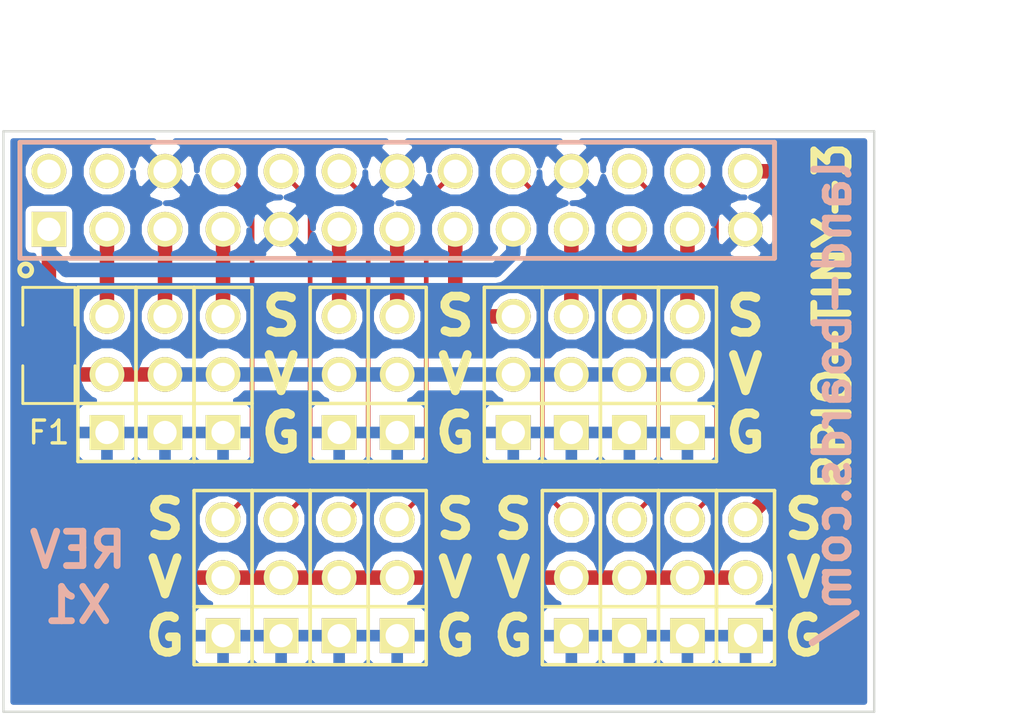
<source format=kicad_pcb>
(kicad_pcb (version 4) (host pcbnew "(after 2015-mar-04 BZR unknown)-product")

  (general
    (links 57)
    (no_connects 0)
    (area 44.949999 29.949999 83.150001 55.450001)
    (thickness 1.6)
    (drawings 21)
    (tracks 72)
    (zones 0)
    (modules 19)
    (nets 21)
  )

  (page A3)
  (layers
    (0 F.Cu signal)
    (31 B.Cu signal)
    (36 B.SilkS user)
    (37 F.SilkS user)
    (38 B.Mask user)
    (39 F.Mask user)
    (42 Eco1.User user)
    (44 Edge.Cuts user)
  )

  (setup
    (last_trace_width 0.254)
    (user_trace_width 0.2032)
    (user_trace_width 0.254)
    (user_trace_width 0.635)
    (trace_clearance 0.254)
    (zone_clearance 0.254)
    (zone_45_only no)
    (trace_min 0.2032)
    (segment_width 0.2)
    (edge_width 0.1)
    (via_size 0.889)
    (via_drill 0.635)
    (via_min_size 0.889)
    (via_min_drill 0.508)
    (uvia_size 0.508)
    (uvia_drill 0.127)
    (uvias_allowed no)
    (uvia_min_size 0.508)
    (uvia_min_drill 0.127)
    (pcb_text_width 0.3)
    (pcb_text_size 1.5 1.5)
    (mod_edge_width 0.15)
    (mod_text_size 1 1)
    (mod_text_width 0.15)
    (pad_size 1.5 1.5)
    (pad_drill 0.6)
    (pad_to_mask_clearance 0)
    (aux_axis_origin 0 0)
    (visible_elements 7FFFFF3F)
    (pcbplotparams
      (layerselection 0x010f0_80000001)
      (usegerberextensions true)
      (excludeedgelayer true)
      (linewidth 0.150000)
      (plotframeref false)
      (viasonmask false)
      (mode 1)
      (useauxorigin false)
      (hpglpennumber 1)
      (hpglpenspeed 20)
      (hpglpendiameter 15)
      (hpglpenoverlay 2)
      (psnegative false)
      (psa4output false)
      (plotreference true)
      (plotvalue true)
      (plotinvisibletext false)
      (padsonsilk false)
      (subtractmaskfromsilk false)
      (outputformat 1)
      (mirror false)
      (drillshape 0)
      (scaleselection 1)
      (outputdirectory plots/))
  )

  (net 0 "")
  (net 1 /+3.3V)
  (net 2 /IO_17)
  (net 3 /IO_18)
  (net 4 /IO_22)
  (net 5 /IO_23)
  (net 6 /IO_24)
  (net 7 /IO_25)
  (net 8 /IO_27)
  (net 9 /IO_4)
  (net 10 /RXD0)
  (net 11 /SCLK1)
  (net 12 /SDA1)
  (net 13 /SPICE0)
  (net 14 /SPICE1)
  (net 15 /SPIMISO)
  (net 16 /SPIMOSI)
  (net 17 /SPISCK)
  (net 18 /TXD0)
  (net 19 GND)
  (net 20 N-0000019)

  (net_class Default "This is the default net class."
    (clearance 0.254)
    (trace_width 0.254)
    (via_dia 0.889)
    (via_drill 0.635)
    (uvia_dia 0.508)
    (uvia_drill 0.127)
    (add_net /IO_17)
    (add_net /IO_18)
    (add_net /IO_22)
    (add_net /IO_23)
    (add_net /IO_24)
    (add_net /IO_25)
    (add_net /IO_27)
    (add_net /IO_4)
    (add_net /RXD0)
    (add_net /SCLK1)
    (add_net /SDA1)
    (add_net /SPICE0)
    (add_net /SPICE1)
    (add_net /SPIMISO)
    (add_net /SPIMOSI)
    (add_net /SPISCK)
    (add_net /TXD0)
    (add_net GND)
    (add_net N-0000019)
  )

  (net_class POWER025 ""
    (clearance 0.381)
    (trace_width 0.635)
    (via_dia 0.889)
    (via_drill 0.635)
    (uvia_dia 0.508)
    (uvia_drill 0.127)
    (add_net /+3.3V)
  )

  (module pin_array_13x2 (layer F.Cu) (tedit 54468C8D) (tstamp 54468D9F)
    (at 62.23 33.02)
    (descr "2 x 13 pins connector")
    (tags CONN)
    (path /53B16746)
    (fp_text reference P1 (at -15.312 3.512) (layer F.SilkS) hide
      (effects (font (size 1 1) (thickness 0.15)))
    )
    (fp_text value RASPIO (at 7.62 -3.81) (layer F.SilkS) hide
      (effects (font (size 1.016 1.016) (thickness 0.2032)))
    )
    (fp_line (start -16.51 2.54) (end 16.51 2.54) (layer F.SilkS) (width 0.2032))
    (fp_line (start 16.51 -2.54) (end -16.51 -2.54) (layer F.SilkS) (width 0.2032))
    (fp_line (start -16.51 -2.54) (end -16.51 2.54) (layer F.SilkS) (width 0.2032))
    (fp_line (start 16.51 2.54) (end 16.51 -2.54) (layer F.SilkS) (width 0.2032))
    (pad 1 thru_hole rect (at -15.24 1.27) (size 1.524 1.524) (drill 1.016) (layers *.Cu *.Mask F.SilkS)
      (net 20 N-0000019))
    (pad 2 thru_hole circle (at -15.24 -1.27) (size 1.524 1.524) (drill 1.016) (layers *.Cu *.Mask F.SilkS))
    (pad 3 thru_hole circle (at -12.7 1.27) (size 1.524 1.524) (drill 1.016) (layers *.Cu *.Mask F.SilkS)
      (net 12 /SDA1))
    (pad 4 thru_hole circle (at -12.7 -1.27) (size 1.524 1.524) (drill 1.016) (layers *.Cu *.Mask F.SilkS))
    (pad 5 thru_hole circle (at -10.16 1.27) (size 1.524 1.524) (drill 1.016) (layers *.Cu *.Mask F.SilkS)
      (net 11 /SCLK1))
    (pad 6 thru_hole circle (at -10.16 -1.27) (size 1.524 1.524) (drill 1.016) (layers *.Cu *.Mask F.SilkS)
      (net 19 GND))
    (pad 7 thru_hole circle (at -7.62 1.27) (size 1.524 1.524) (drill 1.016) (layers *.Cu *.Mask F.SilkS)
      (net 9 /IO_4))
    (pad 8 thru_hole circle (at -7.62 -1.27) (size 1.524 1.524) (drill 1.016) (layers *.Cu *.Mask F.SilkS)
      (net 18 /TXD0))
    (pad 9 thru_hole circle (at -5.08 1.27) (size 1.524 1.524) (drill 1.016) (layers *.Cu *.Mask F.SilkS)
      (net 19 GND))
    (pad 10 thru_hole circle (at -5.08 -1.27) (size 1.524 1.524) (drill 1.016) (layers *.Cu *.Mask F.SilkS)
      (net 10 /RXD0))
    (pad 11 thru_hole circle (at -2.54 1.27) (size 1.524 1.524) (drill 1.016) (layers *.Cu *.Mask F.SilkS)
      (net 2 /IO_17))
    (pad 12 thru_hole circle (at -2.54 -1.27) (size 1.524 1.524) (drill 1.016) (layers *.Cu *.Mask F.SilkS)
      (net 3 /IO_18))
    (pad 13 thru_hole circle (at 0 1.27) (size 1.524 1.524) (drill 1.016) (layers *.Cu *.Mask F.SilkS)
      (net 8 /IO_27))
    (pad 14 thru_hole circle (at 0 -1.27) (size 1.524 1.524) (drill 1.016) (layers *.Cu *.Mask F.SilkS)
      (net 19 GND))
    (pad 15 thru_hole circle (at 2.54 1.27) (size 1.524 1.524) (drill 1.016) (layers *.Cu *.Mask F.SilkS)
      (net 4 /IO_22))
    (pad 16 thru_hole circle (at 2.54 -1.27) (size 1.524 1.524) (drill 1.016) (layers *.Cu *.Mask F.SilkS)
      (net 5 /IO_23))
    (pad 17 thru_hole circle (at 5.08 1.27) (size 1.524 1.524) (drill 1.016) (layers *.Cu *.Mask F.SilkS)
      (net 20 N-0000019))
    (pad 18 thru_hole circle (at 5.08 -1.27) (size 1.524 1.524) (drill 1.016) (layers *.Cu *.Mask F.SilkS)
      (net 6 /IO_24))
    (pad 19 thru_hole circle (at 7.62 1.27) (size 1.524 1.524) (drill 1.016) (layers *.Cu *.Mask F.SilkS)
      (net 16 /SPIMOSI))
    (pad 20 thru_hole circle (at 7.62 -1.27) (size 1.524 1.524) (drill 1.016) (layers *.Cu *.Mask F.SilkS)
      (net 19 GND))
    (pad 21 thru_hole circle (at 10.16 1.27) (size 1.524 1.524) (drill 1.016) (layers *.Cu *.Mask F.SilkS)
      (net 15 /SPIMISO))
    (pad 22 thru_hole circle (at 10.16 -1.27) (size 1.524 1.524) (drill 1.016) (layers *.Cu *.Mask F.SilkS)
      (net 7 /IO_25))
    (pad 23 thru_hole circle (at 12.7 1.27) (size 1.524 1.524) (drill 1.016) (layers *.Cu *.Mask F.SilkS)
      (net 17 /SPISCK))
    (pad 24 thru_hole circle (at 12.7 -1.27) (size 1.524 1.524) (drill 1.016) (layers *.Cu *.Mask F.SilkS)
      (net 13 /SPICE0))
    (pad 25 thru_hole circle (at 15.24 1.27) (size 1.524 1.524) (drill 1.016) (layers *.Cu *.Mask F.SilkS)
      (net 19 GND))
    (pad 26 thru_hole circle (at 15.24 -1.27) (size 1.524 1.524) (drill 1.016) (layers *.Cu *.Mask F.SilkS)
      (net 14 /SPICE1))
    (model pin_array/pins_array_13x2.wrl
      (at (xyz 0 0 0))
      (scale (xyz 1 1 1))
      (rotate (xyz 0 0 0))
    )
  )

  (module PIN_ARRAY_3X1 (layer F.Cu) (tedit 54468C99) (tstamp 53B15EB3)
    (at 54.61 40.64 90)
    (descr "Connecteur 3 pins")
    (tags "CONN DEV")
    (path /53B17589)
    (fp_text reference J3 (at -6.35 0 90) (layer F.SilkS) hide
      (effects (font (size 1.25 1.25) (thickness 0.15)))
    )
    (fp_text value CONN_3 (at 0 -2.159 90) (layer F.SilkS) hide
      (effects (font (size 1.016 1.016) (thickness 0.1524)))
    )
    (fp_line (start -3.81 1.27) (end -3.81 -1.27) (layer F.SilkS) (width 0.1524))
    (fp_line (start -3.81 -1.27) (end 3.81 -1.27) (layer F.SilkS) (width 0.1524))
    (fp_line (start 3.81 -1.27) (end 3.81 1.27) (layer F.SilkS) (width 0.1524))
    (fp_line (start 3.81 1.27) (end -3.81 1.27) (layer F.SilkS) (width 0.1524))
    (fp_line (start -1.27 -1.27) (end -1.27 1.27) (layer F.SilkS) (width 0.1524))
    (pad 1 thru_hole rect (at -2.54 0 90) (size 1.524 1.524) (drill 1.016) (layers *.Cu *.Mask F.SilkS)
      (net 19 GND))
    (pad 2 thru_hole circle (at 0 0 90) (size 1.524 1.524) (drill 1.016) (layers *.Cu *.Mask F.SilkS)
      (net 1 /+3.3V))
    (pad 3 thru_hole circle (at 2.54 0 90) (size 1.524 1.524) (drill 1.016) (layers *.Cu *.Mask F.SilkS)
      (net 9 /IO_4))
    (model pin_array/pins_array_3x1.wrl
      (at (xyz 0 0 0))
      (scale (xyz 1 1 1))
      (rotate (xyz 0 0 0))
    )
  )

  (module PIN_ARRAY_3X1 (layer F.Cu) (tedit 54468C9F) (tstamp 53B15EBF)
    (at 62.23 40.64 90)
    (descr "Connecteur 3 pins")
    (tags "CONN DEV")
    (path /53B18601)
    (fp_text reference J5 (at -6.35 0 90) (layer F.SilkS) hide
      (effects (font (size 1.25 1.25) (thickness 0.15)))
    )
    (fp_text value CONN_3 (at 0 -2.159 90) (layer F.SilkS) hide
      (effects (font (size 1.016 1.016) (thickness 0.1524)))
    )
    (fp_line (start -3.81 1.27) (end -3.81 -1.27) (layer F.SilkS) (width 0.1524))
    (fp_line (start -3.81 -1.27) (end 3.81 -1.27) (layer F.SilkS) (width 0.1524))
    (fp_line (start 3.81 -1.27) (end 3.81 1.27) (layer F.SilkS) (width 0.1524))
    (fp_line (start 3.81 1.27) (end -3.81 1.27) (layer F.SilkS) (width 0.1524))
    (fp_line (start -1.27 -1.27) (end -1.27 1.27) (layer F.SilkS) (width 0.1524))
    (pad 1 thru_hole rect (at -2.54 0 90) (size 1.524 1.524) (drill 1.016) (layers *.Cu *.Mask F.SilkS)
      (net 19 GND))
    (pad 2 thru_hole circle (at 0 0 90) (size 1.524 1.524) (drill 1.016) (layers *.Cu *.Mask F.SilkS)
      (net 1 /+3.3V))
    (pad 3 thru_hole circle (at 2.54 0 90) (size 1.524 1.524) (drill 1.016) (layers *.Cu *.Mask F.SilkS)
      (net 8 /IO_27))
    (model pin_array/pins_array_3x1.wrl
      (at (xyz 0 0 0))
      (scale (xyz 1 1 1))
      (rotate (xyz 0 0 0))
    )
  )

  (module PIN_ARRAY_3X1 (layer F.Cu) (tedit 54468CB0) (tstamp 53B15ECB)
    (at 69.85 40.64 90)
    (descr "Connecteur 3 pins")
    (tags "CONN DEV")
    (path /53B1860D)
    (fp_text reference J7 (at -6.35 0 90) (layer F.SilkS) hide
      (effects (font (size 1.25 1.25) (thickness 0.15)))
    )
    (fp_text value CONN_3 (at 0 -2.159 90) (layer F.SilkS) hide
      (effects (font (size 1.016 1.016) (thickness 0.1524)))
    )
    (fp_line (start -3.81 1.27) (end -3.81 -1.27) (layer F.SilkS) (width 0.1524))
    (fp_line (start -3.81 -1.27) (end 3.81 -1.27) (layer F.SilkS) (width 0.1524))
    (fp_line (start 3.81 -1.27) (end 3.81 1.27) (layer F.SilkS) (width 0.1524))
    (fp_line (start 3.81 1.27) (end -3.81 1.27) (layer F.SilkS) (width 0.1524))
    (fp_line (start -1.27 -1.27) (end -1.27 1.27) (layer F.SilkS) (width 0.1524))
    (pad 1 thru_hole rect (at -2.54 0 90) (size 1.524 1.524) (drill 1.016) (layers *.Cu *.Mask F.SilkS)
      (net 19 GND))
    (pad 2 thru_hole circle (at 0 0 90) (size 1.524 1.524) (drill 1.016) (layers *.Cu *.Mask F.SilkS)
      (net 1 /+3.3V))
    (pad 3 thru_hole circle (at 2.54 0 90) (size 1.524 1.524) (drill 1.016) (layers *.Cu *.Mask F.SilkS)
      (net 16 /SPIMOSI))
    (model pin_array/pins_array_3x1.wrl
      (at (xyz 0 0 0))
      (scale (xyz 1 1 1))
      (rotate (xyz 0 0 0))
    )
  )

  (module PIN_ARRAY_3X1 (layer F.Cu) (tedit 54468CB5) (tstamp 53B15ED7)
    (at 74.93 40.64 90)
    (descr "Connecteur 3 pins")
    (tags "CONN DEV")
    (path /5446889B)
    (fp_text reference J9 (at -6.35 0 90) (layer F.SilkS) hide
      (effects (font (size 1.25 1.25) (thickness 0.15)))
    )
    (fp_text value CONN_3 (at 0 -2.159 90) (layer F.SilkS) hide
      (effects (font (size 1.016 1.016) (thickness 0.1524)))
    )
    (fp_line (start -3.81 1.27) (end -3.81 -1.27) (layer F.SilkS) (width 0.1524))
    (fp_line (start -3.81 -1.27) (end 3.81 -1.27) (layer F.SilkS) (width 0.1524))
    (fp_line (start 3.81 -1.27) (end 3.81 1.27) (layer F.SilkS) (width 0.1524))
    (fp_line (start 3.81 1.27) (end -3.81 1.27) (layer F.SilkS) (width 0.1524))
    (fp_line (start -1.27 -1.27) (end -1.27 1.27) (layer F.SilkS) (width 0.1524))
    (pad 1 thru_hole rect (at -2.54 0 90) (size 1.524 1.524) (drill 1.016) (layers *.Cu *.Mask F.SilkS)
      (net 19 GND))
    (pad 2 thru_hole circle (at 0 0 90) (size 1.524 1.524) (drill 1.016) (layers *.Cu *.Mask F.SilkS)
      (net 1 /+3.3V))
    (pad 3 thru_hole circle (at 2.54 0 90) (size 1.524 1.524) (drill 1.016) (layers *.Cu *.Mask F.SilkS)
      (net 17 /SPISCK))
    (model pin_array/pins_array_3x1.wrl
      (at (xyz 0 0 0))
      (scale (xyz 1 1 1))
      (rotate (xyz 0 0 0))
    )
  )

  (module PIN_ARRAY_3X1 (layer F.Cu) (tedit 54468CA2) (tstamp 53B15EE3)
    (at 67.31 40.64 90)
    (descr "Connecteur 3 pins")
    (tags "CONN DEV")
    (path /53B18607)
    (fp_text reference J6 (at -6.35 0 90) (layer F.SilkS) hide
      (effects (font (size 1.25 1.25) (thickness 0.15)))
    )
    (fp_text value CONN_3 (at 0 -2.159 90) (layer F.SilkS) hide
      (effects (font (size 1.016 1.016) (thickness 0.1524)))
    )
    (fp_line (start -3.81 1.27) (end -3.81 -1.27) (layer F.SilkS) (width 0.1524))
    (fp_line (start -3.81 -1.27) (end 3.81 -1.27) (layer F.SilkS) (width 0.1524))
    (fp_line (start 3.81 -1.27) (end 3.81 1.27) (layer F.SilkS) (width 0.1524))
    (fp_line (start 3.81 1.27) (end -3.81 1.27) (layer F.SilkS) (width 0.1524))
    (fp_line (start -1.27 -1.27) (end -1.27 1.27) (layer F.SilkS) (width 0.1524))
    (pad 1 thru_hole rect (at -2.54 0 90) (size 1.524 1.524) (drill 1.016) (layers *.Cu *.Mask F.SilkS)
      (net 19 GND))
    (pad 2 thru_hole circle (at 0 0 90) (size 1.524 1.524) (drill 1.016) (layers *.Cu *.Mask F.SilkS)
      (net 1 /+3.3V))
    (pad 3 thru_hole circle (at 2.54 0 90) (size 1.524 1.524) (drill 1.016) (layers *.Cu *.Mask F.SilkS)
      (net 4 /IO_22))
    (model pin_array/pins_array_3x1.wrl
      (at (xyz 0 0 0))
      (scale (xyz 1 1 1))
      (rotate (xyz 0 0 0))
    )
  )

  (module PIN_ARRAY_3X1 (layer F.Cu) (tedit 54468CB3) (tstamp 53B15EEF)
    (at 72.39 40.64 90)
    (descr "Connecteur 3 pins")
    (tags "CONN DEV")
    (path /54468895)
    (fp_text reference J8 (at -6.35 0 90) (layer F.SilkS) hide
      (effects (font (size 1.25 1.25) (thickness 0.15)))
    )
    (fp_text value CONN_3 (at 0 -2.159 90) (layer F.SilkS) hide
      (effects (font (size 1.016 1.016) (thickness 0.1524)))
    )
    (fp_line (start -3.81 1.27) (end -3.81 -1.27) (layer F.SilkS) (width 0.1524))
    (fp_line (start -3.81 -1.27) (end 3.81 -1.27) (layer F.SilkS) (width 0.1524))
    (fp_line (start 3.81 -1.27) (end 3.81 1.27) (layer F.SilkS) (width 0.1524))
    (fp_line (start 3.81 1.27) (end -3.81 1.27) (layer F.SilkS) (width 0.1524))
    (fp_line (start -1.27 -1.27) (end -1.27 1.27) (layer F.SilkS) (width 0.1524))
    (pad 1 thru_hole rect (at -2.54 0 90) (size 1.524 1.524) (drill 1.016) (layers *.Cu *.Mask F.SilkS)
      (net 19 GND))
    (pad 2 thru_hole circle (at 0 0 90) (size 1.524 1.524) (drill 1.016) (layers *.Cu *.Mask F.SilkS)
      (net 1 /+3.3V))
    (pad 3 thru_hole circle (at 2.54 0 90) (size 1.524 1.524) (drill 1.016) (layers *.Cu *.Mask F.SilkS)
      (net 15 /SPIMISO))
    (model pin_array/pins_array_3x1.wrl
      (at (xyz 0 0 0))
      (scale (xyz 1 1 1))
      (rotate (xyz 0 0 0))
    )
  )

  (module SM1206 (layer F.Cu) (tedit 55849F41) (tstamp 53B18B4E)
    (at 46.99 39.37 90)
    (path /54468802)
    (attr smd)
    (fp_text reference F1 (at -3.81 0 180) (layer F.SilkS)
      (effects (font (size 1 1) (thickness 0.15)))
    )
    (fp_text value FUSE (at 0 0 90) (layer F.SilkS) hide
      (effects (font (size 0.762 0.762) (thickness 0.127)))
    )
    (fp_line (start -2.54 -1.143) (end -2.54 1.143) (layer F.SilkS) (width 0.127))
    (fp_line (start -2.54 1.143) (end -0.889 1.143) (layer F.SilkS) (width 0.127))
    (fp_line (start 0.889 -1.143) (end 2.54 -1.143) (layer F.SilkS) (width 0.127))
    (fp_line (start 2.54 -1.143) (end 2.54 1.143) (layer F.SilkS) (width 0.127))
    (fp_line (start 2.54 1.143) (end 0.889 1.143) (layer F.SilkS) (width 0.127))
    (fp_line (start -0.889 -1.143) (end -2.54 -1.143) (layer F.SilkS) (width 0.127))
    (pad 1 smd rect (at -1.651 0 90) (size 1.524 2.032) (layers F.Cu F.Mask)
      (net 1 /+3.3V))
    (pad 2 smd rect (at 1.651 0 90) (size 1.524 2.032) (layers F.Cu F.Mask)
      (net 20 N-0000019))
    (model smd/chip_cms.wrl
      (at (xyz 0 0 0))
      (scale (xyz 0.17 0.16 0.16))
      (rotate (xyz 0 0 0))
    )
  )

  (module PIN_ARRAY_3X1 (layer F.Cu) (tedit 54468C9C) (tstamp 53B15EA7)
    (at 59.69 40.64 90)
    (descr "Connecteur 3 pins")
    (tags "CONN DEV")
    (path /53B17388)
    (fp_text reference J4 (at -6.35 0 90) (layer F.SilkS) hide
      (effects (font (size 1.25 1.25) (thickness 0.15)))
    )
    (fp_text value CONN_3 (at 0 -2.159 90) (layer F.SilkS) hide
      (effects (font (size 1.016 1.016) (thickness 0.1524)))
    )
    (fp_line (start -3.81 1.27) (end -3.81 -1.27) (layer F.SilkS) (width 0.1524))
    (fp_line (start -3.81 -1.27) (end 3.81 -1.27) (layer F.SilkS) (width 0.1524))
    (fp_line (start 3.81 -1.27) (end 3.81 1.27) (layer F.SilkS) (width 0.1524))
    (fp_line (start 3.81 1.27) (end -3.81 1.27) (layer F.SilkS) (width 0.1524))
    (fp_line (start -1.27 -1.27) (end -1.27 1.27) (layer F.SilkS) (width 0.1524))
    (pad 1 thru_hole rect (at -2.54 0 90) (size 1.524 1.524) (drill 1.016) (layers *.Cu *.Mask F.SilkS)
      (net 19 GND))
    (pad 2 thru_hole circle (at 0 0 90) (size 1.524 1.524) (drill 1.016) (layers *.Cu *.Mask F.SilkS)
      (net 1 /+3.3V))
    (pad 3 thru_hole circle (at 2.54 0 90) (size 1.524 1.524) (drill 1.016) (layers *.Cu *.Mask F.SilkS)
      (net 2 /IO_17))
    (model pin_array/pins_array_3x1.wrl
      (at (xyz 0 0 0))
      (scale (xyz 1 1 1))
      (rotate (xyz 0 0 0))
    )
  )

  (module PIN_ARRAY_3X1 (layer F.Cu) (tedit 54468CCB) (tstamp 53B1B0B8)
    (at 62.23 49.53 90)
    (descr "Connecteur 3 pins")
    (tags "CONN DEV")
    (path /544687D6)
    (fp_text reference J13 (at -6.35 0 90) (layer F.SilkS) hide
      (effects (font (size 1.016 1.016) (thickness 0.1524)))
    )
    (fp_text value CONN_3 (at 0 -2.159 90) (layer F.SilkS) hide
      (effects (font (size 1.016 1.016) (thickness 0.1524)))
    )
    (fp_line (start -3.81 1.27) (end -3.81 -1.27) (layer F.SilkS) (width 0.1524))
    (fp_line (start -3.81 -1.27) (end 3.81 -1.27) (layer F.SilkS) (width 0.1524))
    (fp_line (start 3.81 -1.27) (end 3.81 1.27) (layer F.SilkS) (width 0.1524))
    (fp_line (start 3.81 1.27) (end -3.81 1.27) (layer F.SilkS) (width 0.1524))
    (fp_line (start -1.27 -1.27) (end -1.27 1.27) (layer F.SilkS) (width 0.1524))
    (pad 1 thru_hole rect (at -2.54 0 90) (size 1.524 1.524) (drill 1.016) (layers *.Cu *.Mask F.SilkS)
      (net 19 GND))
    (pad 2 thru_hole circle (at 0 0 90) (size 1.524 1.524) (drill 1.016) (layers *.Cu *.Mask F.SilkS)
      (net 1 /+3.3V))
    (pad 3 thru_hole circle (at 2.54 0 90) (size 1.524 1.524) (drill 1.016) (layers *.Cu *.Mask F.SilkS)
      (net 5 /IO_23))
    (model pin_array/pins_array_3x1.wrl
      (at (xyz 0 0 0))
      (scale (xyz 1 1 1))
      (rotate (xyz 0 0 0))
    )
  )

  (module PIN_ARRAY_3X1 (layer F.Cu) (tedit 54468CC4) (tstamp 54468932)
    (at 69.85 49.53 90)
    (descr "Connecteur 3 pins")
    (tags "CONN DEV")
    (path /544687EE)
    (fp_text reference J14 (at -6.35 0 90) (layer F.SilkS) hide
      (effects (font (size 1.016 1.016) (thickness 0.1524)))
    )
    (fp_text value CONN_3 (at 0 -2.159 90) (layer F.SilkS) hide
      (effects (font (size 1.016 1.016) (thickness 0.1524)))
    )
    (fp_line (start -3.81 1.27) (end -3.81 -1.27) (layer F.SilkS) (width 0.1524))
    (fp_line (start -3.81 -1.27) (end 3.81 -1.27) (layer F.SilkS) (width 0.1524))
    (fp_line (start 3.81 -1.27) (end 3.81 1.27) (layer F.SilkS) (width 0.1524))
    (fp_line (start 3.81 1.27) (end -3.81 1.27) (layer F.SilkS) (width 0.1524))
    (fp_line (start -1.27 -1.27) (end -1.27 1.27) (layer F.SilkS) (width 0.1524))
    (pad 1 thru_hole rect (at -2.54 0 90) (size 1.524 1.524) (drill 1.016) (layers *.Cu *.Mask F.SilkS)
      (net 19 GND))
    (pad 2 thru_hole circle (at 0 0 90) (size 1.524 1.524) (drill 1.016) (layers *.Cu *.Mask F.SilkS)
      (net 1 /+3.3V))
    (pad 3 thru_hole circle (at 2.54 0 90) (size 1.524 1.524) (drill 1.016) (layers *.Cu *.Mask F.SilkS)
      (net 6 /IO_24))
    (model pin_array/pins_array_3x1.wrl
      (at (xyz 0 0 0))
      (scale (xyz 1 1 1))
      (rotate (xyz 0 0 0))
    )
  )

  (module PIN_ARRAY_3X1 (layer F.Cu) (tedit 54468CC0) (tstamp 5446893E)
    (at 72.39 49.53 90)
    (descr "Connecteur 3 pins")
    (tags "CONN DEV")
    (path /544687F4)
    (fp_text reference J15 (at -6.35 0 90) (layer F.SilkS) hide
      (effects (font (size 1.016 1.016) (thickness 0.1524)))
    )
    (fp_text value CONN_3 (at 0 -2.159 90) (layer F.SilkS) hide
      (effects (font (size 1.016 1.016) (thickness 0.1524)))
    )
    (fp_line (start -3.81 1.27) (end -3.81 -1.27) (layer F.SilkS) (width 0.1524))
    (fp_line (start -3.81 -1.27) (end 3.81 -1.27) (layer F.SilkS) (width 0.1524))
    (fp_line (start 3.81 -1.27) (end 3.81 1.27) (layer F.SilkS) (width 0.1524))
    (fp_line (start 3.81 1.27) (end -3.81 1.27) (layer F.SilkS) (width 0.1524))
    (fp_line (start -1.27 -1.27) (end -1.27 1.27) (layer F.SilkS) (width 0.1524))
    (pad 1 thru_hole rect (at -2.54 0 90) (size 1.524 1.524) (drill 1.016) (layers *.Cu *.Mask F.SilkS)
      (net 19 GND))
    (pad 2 thru_hole circle (at 0 0 90) (size 1.524 1.524) (drill 1.016) (layers *.Cu *.Mask F.SilkS)
      (net 1 /+3.3V))
    (pad 3 thru_hole circle (at 2.54 0 90) (size 1.524 1.524) (drill 1.016) (layers *.Cu *.Mask F.SilkS)
      (net 7 /IO_25))
    (model pin_array/pins_array_3x1.wrl
      (at (xyz 0 0 0))
      (scale (xyz 1 1 1))
      (rotate (xyz 0 0 0))
    )
  )

  (module PIN_ARRAY_3X1 (layer F.Cu) (tedit 54468CBD) (tstamp 5446894A)
    (at 74.93 49.53 90)
    (descr "Connecteur 3 pins")
    (tags "CONN DEV")
    (path /544687FA)
    (fp_text reference J16 (at -6.35 0 90) (layer F.SilkS) hide
      (effects (font (size 1.016 1.016) (thickness 0.1524)))
    )
    (fp_text value CONN_3 (at 0 -2.159 90) (layer F.SilkS) hide
      (effects (font (size 1.016 1.016) (thickness 0.1524)))
    )
    (fp_line (start -3.81 1.27) (end -3.81 -1.27) (layer F.SilkS) (width 0.1524))
    (fp_line (start -3.81 -1.27) (end 3.81 -1.27) (layer F.SilkS) (width 0.1524))
    (fp_line (start 3.81 -1.27) (end 3.81 1.27) (layer F.SilkS) (width 0.1524))
    (fp_line (start 3.81 1.27) (end -3.81 1.27) (layer F.SilkS) (width 0.1524))
    (fp_line (start -1.27 -1.27) (end -1.27 1.27) (layer F.SilkS) (width 0.1524))
    (pad 1 thru_hole rect (at -2.54 0 90) (size 1.524 1.524) (drill 1.016) (layers *.Cu *.Mask F.SilkS)
      (net 19 GND))
    (pad 2 thru_hole circle (at 0 0 90) (size 1.524 1.524) (drill 1.016) (layers *.Cu *.Mask F.SilkS)
      (net 1 /+3.3V))
    (pad 3 thru_hole circle (at 2.54 0 90) (size 1.524 1.524) (drill 1.016) (layers *.Cu *.Mask F.SilkS)
      (net 13 /SPICE0))
    (model pin_array/pins_array_3x1.wrl
      (at (xyz 0 0 0))
      (scale (xyz 1 1 1))
      (rotate (xyz 0 0 0))
    )
  )

  (module PIN_ARRAY_3X1 (layer F.Cu) (tedit 54468CBA) (tstamp 54468956)
    (at 77.47 49.53 90)
    (descr "Connecteur 3 pins")
    (tags "CONN DEV")
    (path /5446888F)
    (fp_text reference J17 (at -6.35 0 90) (layer F.SilkS) hide
      (effects (font (size 1.016 1.016) (thickness 0.1524)))
    )
    (fp_text value CONN_3 (at 0 -2.159 90) (layer F.SilkS) hide
      (effects (font (size 1.016 1.016) (thickness 0.1524)))
    )
    (fp_line (start -3.81 1.27) (end -3.81 -1.27) (layer F.SilkS) (width 0.1524))
    (fp_line (start -3.81 -1.27) (end 3.81 -1.27) (layer F.SilkS) (width 0.1524))
    (fp_line (start 3.81 -1.27) (end 3.81 1.27) (layer F.SilkS) (width 0.1524))
    (fp_line (start 3.81 1.27) (end -3.81 1.27) (layer F.SilkS) (width 0.1524))
    (fp_line (start -1.27 -1.27) (end -1.27 1.27) (layer F.SilkS) (width 0.1524))
    (pad 1 thru_hole rect (at -2.54 0 90) (size 1.524 1.524) (drill 1.016) (layers *.Cu *.Mask F.SilkS)
      (net 19 GND))
    (pad 2 thru_hole circle (at 0 0 90) (size 1.524 1.524) (drill 1.016) (layers *.Cu *.Mask F.SilkS)
      (net 1 /+3.3V))
    (pad 3 thru_hole circle (at 2.54 0 90) (size 1.524 1.524) (drill 1.016) (layers *.Cu *.Mask F.SilkS)
      (net 14 /SPICE1))
    (model pin_array/pins_array_3x1.wrl
      (at (xyz 0 0 0))
      (scale (xyz 1 1 1))
      (rotate (xyz 0 0 0))
    )
  )

  (module PIN_ARRAY_3X1 (layer F.Cu) (tedit 54468C95) (tstamp 53B15E9B)
    (at 52.07 40.64 90)
    (descr "Connecteur 3 pins")
    (tags "CONN DEV")
    (path /53B1751A)
    (fp_text reference J2 (at -6.35 0 90) (layer F.SilkS) hide
      (effects (font (size 1.016 1.016) (thickness 0.1524)))
    )
    (fp_text value CONN_3 (at 0 -2.159 90) (layer F.SilkS) hide
      (effects (font (size 1.016 1.016) (thickness 0.1524)))
    )
    (fp_line (start -3.81 1.27) (end -3.81 -1.27) (layer F.SilkS) (width 0.1524))
    (fp_line (start -3.81 -1.27) (end 3.81 -1.27) (layer F.SilkS) (width 0.1524))
    (fp_line (start 3.81 -1.27) (end 3.81 1.27) (layer F.SilkS) (width 0.1524))
    (fp_line (start 3.81 1.27) (end -3.81 1.27) (layer F.SilkS) (width 0.1524))
    (fp_line (start -1.27 -1.27) (end -1.27 1.27) (layer F.SilkS) (width 0.1524))
    (pad 1 thru_hole rect (at -2.54 0 90) (size 1.524 1.524) (drill 1.016) (layers *.Cu *.Mask F.SilkS)
      (net 19 GND))
    (pad 2 thru_hole circle (at 0 0 90) (size 1.524 1.524) (drill 1.016) (layers *.Cu *.Mask F.SilkS)
      (net 1 /+3.3V))
    (pad 3 thru_hole circle (at 2.54 0 90) (size 1.524 1.524) (drill 1.016) (layers *.Cu *.Mask F.SilkS)
      (net 11 /SCLK1))
    (model pin_array/pins_array_3x1.wrl
      (at (xyz 0 0 0))
      (scale (xyz 1 1 1))
      (rotate (xyz 0 0 0))
    )
  )

  (module PIN_ARRAY_3X1 (layer F.Cu) (tedit 54468CCE) (tstamp 53B15F2C)
    (at 57.15 49.53 90)
    (descr "Connecteur 3 pins")
    (tags "CONN DEV")
    (path /544687E2)
    (fp_text reference J11 (at -6.19 0 90) (layer F.SilkS) hide
      (effects (font (size 1.016 1.016) (thickness 0.1524)))
    )
    (fp_text value CONN_3 (at 0 -2.159 90) (layer F.SilkS) hide
      (effects (font (size 1.016 1.016) (thickness 0.1524)))
    )
    (fp_line (start -3.81 1.27) (end -3.81 -1.27) (layer F.SilkS) (width 0.1524))
    (fp_line (start -3.81 -1.27) (end 3.81 -1.27) (layer F.SilkS) (width 0.1524))
    (fp_line (start 3.81 -1.27) (end 3.81 1.27) (layer F.SilkS) (width 0.1524))
    (fp_line (start 3.81 1.27) (end -3.81 1.27) (layer F.SilkS) (width 0.1524))
    (fp_line (start -1.27 -1.27) (end -1.27 1.27) (layer F.SilkS) (width 0.1524))
    (pad 1 thru_hole rect (at -2.54 0 90) (size 1.524 1.524) (drill 1.016) (layers *.Cu *.Mask F.SilkS)
      (net 19 GND))
    (pad 2 thru_hole circle (at 0 0 90) (size 1.524 1.524) (drill 1.016) (layers *.Cu *.Mask F.SilkS)
      (net 1 /+3.3V))
    (pad 3 thru_hole circle (at 2.54 0 90) (size 1.524 1.524) (drill 1.016) (layers *.Cu *.Mask F.SilkS)
      (net 10 /RXD0))
    (model pin_array/pins_array_3x1.wrl
      (at (xyz 0 0 0))
      (scale (xyz 1 1 1))
      (rotate (xyz 0 0 0))
    )
  )

  (module PIN_ARRAY_3X1 (layer F.Cu) (tedit 54468C92) (tstamp 53B18B5A)
    (at 49.53 40.64 90)
    (descr "Connecteur 3 pins")
    (tags "CONN DEV")
    (path /53B174B9)
    (fp_text reference J1 (at -6.35 0 90) (layer F.SilkS) hide
      (effects (font (size 1.016 1.016) (thickness 0.1524)))
    )
    (fp_text value CONN_3 (at 0 -2.159 90) (layer F.SilkS) hide
      (effects (font (size 1.016 1.016) (thickness 0.1524)))
    )
    (fp_line (start -3.81 1.27) (end -3.81 -1.27) (layer F.SilkS) (width 0.1524))
    (fp_line (start -3.81 -1.27) (end 3.81 -1.27) (layer F.SilkS) (width 0.1524))
    (fp_line (start 3.81 -1.27) (end 3.81 1.27) (layer F.SilkS) (width 0.1524))
    (fp_line (start 3.81 1.27) (end -3.81 1.27) (layer F.SilkS) (width 0.1524))
    (fp_line (start -1.27 -1.27) (end -1.27 1.27) (layer F.SilkS) (width 0.1524))
    (pad 1 thru_hole rect (at -2.54 0 90) (size 1.524 1.524) (drill 1.016) (layers *.Cu *.Mask F.SilkS)
      (net 19 GND))
    (pad 2 thru_hole circle (at 0 0 90) (size 1.524 1.524) (drill 1.016) (layers *.Cu *.Mask F.SilkS)
      (net 1 /+3.3V))
    (pad 3 thru_hole circle (at 2.54 0 90) (size 1.524 1.524) (drill 1.016) (layers *.Cu *.Mask F.SilkS)
      (net 12 /SDA1))
    (model pin_array/pins_array_3x1.wrl
      (at (xyz 0 0 0))
      (scale (xyz 1 1 1))
      (rotate (xyz 0 0 0))
    )
  )

  (module PIN_ARRAY_3X1 (layer F.Cu) (tedit 54468C5B) (tstamp 53B15EFB)
    (at 54.61 49.53 90)
    (descr "Connecteur 3 pins")
    (tags "CONN DEV")
    (path /544687DC)
    (fp_text reference J10 (at -6.19 0 90) (layer F.SilkS) hide
      (effects (font (size 1.016 1.016) (thickness 0.1524)))
    )
    (fp_text value CONN_3 (at 0 -2.159 90) (layer F.SilkS) hide
      (effects (font (size 1.016 1.016) (thickness 0.1524)))
    )
    (fp_line (start -3.81 1.27) (end -3.81 -1.27) (layer F.SilkS) (width 0.1524))
    (fp_line (start -3.81 -1.27) (end 3.81 -1.27) (layer F.SilkS) (width 0.1524))
    (fp_line (start 3.81 -1.27) (end 3.81 1.27) (layer F.SilkS) (width 0.1524))
    (fp_line (start 3.81 1.27) (end -3.81 1.27) (layer F.SilkS) (width 0.1524))
    (fp_line (start -1.27 -1.27) (end -1.27 1.27) (layer F.SilkS) (width 0.1524))
    (pad 1 thru_hole rect (at -2.54 0 90) (size 1.524 1.524) (drill 1.016) (layers *.Cu *.Mask F.SilkS)
      (net 19 GND))
    (pad 2 thru_hole circle (at 0 0 90) (size 1.524 1.524) (drill 1.016) (layers *.Cu *.Mask F.SilkS)
      (net 1 /+3.3V))
    (pad 3 thru_hole circle (at 2.54 0 90) (size 1.524 1.524) (drill 1.016) (layers *.Cu *.Mask F.SilkS)
      (net 18 /TXD0))
    (model pin_array/pins_array_3x1.wrl
      (at (xyz 0 0 0))
      (scale (xyz 1 1 1))
      (rotate (xyz 0 0 0))
    )
  )

  (module PIN_ARRAY_3X1 (layer F.Cu) (tedit 54468CC7) (tstamp 53B1B0C6)
    (at 59.69 49.53 90)
    (descr "Connecteur 3 pins")
    (tags "CONN DEV")
    (path /544687E8)
    (fp_text reference J12 (at -6.19 0 90) (layer F.SilkS) hide
      (effects (font (size 1.016 1.016) (thickness 0.1524)))
    )
    (fp_text value CONN_3 (at 0 -2.159 90) (layer F.SilkS) hide
      (effects (font (size 1.016 1.016) (thickness 0.1524)))
    )
    (fp_line (start -3.81 1.27) (end -3.81 -1.27) (layer F.SilkS) (width 0.1524))
    (fp_line (start -3.81 -1.27) (end 3.81 -1.27) (layer F.SilkS) (width 0.1524))
    (fp_line (start 3.81 -1.27) (end 3.81 1.27) (layer F.SilkS) (width 0.1524))
    (fp_line (start 3.81 1.27) (end -3.81 1.27) (layer F.SilkS) (width 0.1524))
    (fp_line (start -1.27 -1.27) (end -1.27 1.27) (layer F.SilkS) (width 0.1524))
    (pad 1 thru_hole rect (at -2.54 0 90) (size 1.524 1.524) (drill 1.016) (layers *.Cu *.Mask F.SilkS)
      (net 19 GND))
    (pad 2 thru_hole circle (at 0 0 90) (size 1.524 1.524) (drill 1.016) (layers *.Cu *.Mask F.SilkS)
      (net 1 /+3.3V))
    (pad 3 thru_hole circle (at 2.54 0 90) (size 1.524 1.524) (drill 1.016) (layers *.Cu *.Mask F.SilkS)
      (net 3 /IO_18))
    (model pin_array/pins_array_3x1.wrl
      (at (xyz 0 0 0))
      (scale (xyz 1 1 1))
      (rotate (xyz 0 0 0))
    )
  )

  (gr_circle (center 45.974 36.068) (end 46.1645 36.2585) (layer F.SilkS) (width 0.2))
  (gr_line (start 45.72 35.56) (end 45.72 30.48) (angle 90) (layer B.SilkS) (width 0.2))
  (gr_line (start 78.74 35.56) (end 45.72 35.56) (angle 90) (layer B.SilkS) (width 0.2))
  (gr_line (start 78.74 30.48) (end 78.74 35.56) (angle 90) (layer B.SilkS) (width 0.2))
  (gr_line (start 45.72 30.48) (end 78.74 30.48) (angle 90) (layer B.SilkS) (width 0.2))
  (dimension 25.4 (width 0.3) (layer Eco1.User)
    (gr_text "1.0000 in" (at 86.99 42.7 90) (layer Eco1.User)
      (effects (font (size 1.5 1.5) (thickness 0.3)))
    )
    (feature1 (pts (xy 83.1 30) (xy 88.34 30)))
    (feature2 (pts (xy 83.1 55.4) (xy 88.34 55.4)))
    (crossbar (pts (xy 85.64 55.4) (xy 85.64 30)))
    (arrow1a (pts (xy 85.64 30) (xy 86.22642 31.126503)))
    (arrow1b (pts (xy 85.64 30) (xy 85.05358 31.126503)))
    (arrow2a (pts (xy 85.64 55.4) (xy 86.22642 54.273497)))
    (arrow2b (pts (xy 85.64 55.4) (xy 85.05358 54.273497)))
  )
  (dimension 38.1 (width 0.3) (layer Eco1.User)
    (gr_text "1.5000 in" (at 64.05 26.110001) (layer Eco1.User)
      (effects (font (size 1.5 1.5) (thickness 0.3)))
    )
    (feature1 (pts (xy 83.1 30) (xy 83.1 24.760001)))
    (feature2 (pts (xy 45 30) (xy 45 24.760001)))
    (crossbar (pts (xy 45 27.460001) (xy 83.1 27.460001)))
    (arrow1a (pts (xy 83.1 27.460001) (xy 81.973497 28.046421)))
    (arrow1b (pts (xy 83.1 27.460001) (xy 81.973497 26.873581)))
    (arrow2a (pts (xy 45 27.460001) (xy 46.126503 28.046421)))
    (arrow2b (pts (xy 45 27.460001) (xy 46.126503 26.873581)))
  )
  (gr_text "REV\nX1" (at 48.26 49.53) (layer B.SilkS)
    (effects (font (size 1.5 1.5) (thickness 0.3)) (justify mirror))
  )
  (gr_text "S\nV\nG" (at 52.07 49.53) (layer F.SilkS)
    (effects (font (size 1.5875 1.5875) (thickness 0.381)))
  )
  (gr_text land-boards.com/ (at 81.28 41.91 90) (layer B.SilkS)
    (effects (font (size 1.5 1.5) (thickness 0.3)) (justify mirror))
  )
  (gr_text "S\nV\nG" (at 67.31 49.53) (layer F.SilkS)
    (effects (font (size 1.5875 1.5875) (thickness 0.381)))
  )
  (gr_text "S\nV\nG" (at 64.77 49.53) (layer F.SilkS)
    (effects (font (size 1.5875 1.5875) (thickness 0.381)))
  )
  (gr_text "S\nV\nG" (at 57.15 40.64) (layer F.SilkS)
    (effects (font (size 1.5875 1.5875) (thickness 0.381)))
  )
  (gr_text "S\nV\nG" (at 64.77 40.64) (layer F.SilkS)
    (effects (font (size 1.5875 1.5875) (thickness 0.381)))
  )
  (gr_line (start 83.1 30) (end 83.1 55.4) (angle 90) (layer Edge.Cuts) (width 0.1))
  (gr_line (start 45 55.4) (end 45 30) (angle 90) (layer Edge.Cuts) (width 0.1))
  (gr_text "S\nV\nG" (at 80.01 49.53) (layer F.SilkS)
    (effects (font (size 1.5875 1.5875) (thickness 0.381)))
  )
  (gr_line (start 83.1 55.4) (end 45 55.4) (angle 90) (layer Edge.Cuts) (width 0.1))
  (gr_line (start 45 30) (end 83.1 30) (angle 90) (layer Edge.Cuts) (width 0.1))
  (gr_text RPIO-TINY-3 (at 81.28 38.1 90) (layer F.SilkS)
    (effects (font (size 1.5 1.5) (thickness 0.3)))
  )
  (gr_text "S\nV\nG" (at 77.47 40.64) (layer F.SilkS)
    (effects (font (size 1.5875 1.5875) (thickness 0.381)))
  )

  (segment (start 54.61 49.53) (end 57.15 49.53) (width 0.635) (layer F.Cu) (net 1))
  (segment (start 57.15 49.53) (end 59.69 49.53) (width 0.635) (layer F.Cu) (net 1))
  (segment (start 59.69 49.53) (end 62.23 49.53) (width 0.635) (layer F.Cu) (net 1) (status 20))
  (segment (start 62.23 49.53) (end 69.85 49.53) (width 0.635) (layer F.Cu) (net 1) (status 10))
  (segment (start 69.85 49.53) (end 72.39 49.53) (width 0.635) (layer F.Cu) (net 1) (status 10))
  (segment (start 72.39 49.53) (end 74.93 49.53) (width 0.635) (layer F.Cu) (net 1))
  (segment (start 74.93 49.53) (end 77.47 49.53) (width 0.635) (layer F.Cu) (net 1))
  (segment (start 46.99 46.99) (end 49.53 49.53) (width 0.635) (layer F.Cu) (net 1) (tstamp 55849B6A))
  (segment (start 49.53 49.53) (end 54.61 49.53) (width 0.635) (layer F.Cu) (net 1) (tstamp 55849B6C))
  (segment (start 46.99 41.021) (end 46.99 46.99) (width 0.635) (layer F.Cu) (net 1))
  (segment (start 47.371 40.64) (end 46.99 41.021) (width 0.635) (layer F.Cu) (net 1) (tstamp 55849BBA))
  (segment (start 49.53 40.64) (end 47.371 40.64) (width 0.635) (layer F.Cu) (net 1))
  (segment (start 49.53 40.64) (end 52.07 40.64) (width 0.635) (layer F.Cu) (net 1))
  (segment (start 52.07 40.64) (end 54.61 40.64) (width 0.635) (layer B.Cu) (net 1))
  (segment (start 54.61 40.64) (end 59.69 40.64) (width 0.635) (layer B.Cu) (net 1))
  (segment (start 59.69 40.64) (end 62.23 40.64) (width 0.635) (layer B.Cu) (net 1))
  (segment (start 62.23 40.64) (end 67.31 40.64) (width 0.635) (layer B.Cu) (net 1))
  (segment (start 67.31 40.64) (end 69.85 40.64) (width 0.635) (layer B.Cu) (net 1))
  (segment (start 69.85 40.64) (end 72.39 40.64) (width 0.635) (layer B.Cu) (net 1))
  (segment (start 72.39 40.64) (end 74.93 40.64) (width 0.635) (layer B.Cu) (net 1))
  (segment (start 59.69 34.29) (end 59.69 38.1) (width 0.635) (layer F.Cu) (net 2))
  (segment (start 60.96 45.72) (end 60.96 33.02) (width 0.2032) (layer F.Cu) (net 3) (tstamp 55849C56))
  (segment (start 60.96 33.02) (end 59.69 31.75) (width 0.2032) (layer F.Cu) (net 3) (tstamp 55849C57))
  (segment (start 59.69 46.99) (end 60.96 45.72) (width 0.2032) (layer F.Cu) (net 3))
  (segment (start 66.04 38.1) (end 64.77 36.83) (width 0.635) (layer F.Cu) (net 4) (tstamp 55849B9A))
  (segment (start 64.77 36.83) (end 64.77 34.29) (width 0.635) (layer F.Cu) (net 4) (tstamp 55849B9C))
  (segment (start 67.31 38.1) (end 66.04 38.1) (width 0.635) (layer F.Cu) (net 4))
  (segment (start 63.5 45.72) (end 63.5 33.02) (width 0.2032) (layer F.Cu) (net 5) (tstamp 55849C4B))
  (segment (start 63.5 33.02) (end 64.77 31.75) (width 0.2032) (layer F.Cu) (net 5) (tstamp 55849C4C))
  (segment (start 62.23 46.99) (end 63.5 45.72) (width 0.2032) (layer F.Cu) (net 5) (status 10))
  (segment (start 68.58 45.72) (end 68.58 33.02) (width 0.2032) (layer F.Cu) (net 6) (tstamp 55849C40))
  (segment (start 68.58 33.02) (end 67.31 31.75) (width 0.2032) (layer F.Cu) (net 6) (tstamp 55849C41))
  (segment (start 69.85 46.99) (end 68.58 45.72) (width 0.2032) (layer F.Cu) (net 6) (status 10))
  (segment (start 73.66 45.72) (end 73.66 33.02) (width 0.2032) (layer F.Cu) (net 7) (tstamp 55849C36))
  (segment (start 73.66 33.02) (end 72.39 31.75) (width 0.2032) (layer F.Cu) (net 7) (tstamp 55849C38))
  (segment (start 72.39 46.99) (end 73.66 45.72) (width 0.2032) (layer F.Cu) (net 7))
  (segment (start 62.23 38.1) (end 62.23 34.29) (width 0.635) (layer F.Cu) (net 8))
  (segment (start 54.61 38.1) (end 54.61 34.29) (width 0.635) (layer F.Cu) (net 9))
  (segment (start 58.42 45.72) (end 58.42 33.02) (width 0.2032) (layer F.Cu) (net 10) (tstamp 55849C5C))
  (segment (start 58.42 33.02) (end 57.15 31.75) (width 0.2032) (layer F.Cu) (net 10) (tstamp 55849C60))
  (segment (start 57.15 46.99) (end 58.42 45.72) (width 0.2032) (layer F.Cu) (net 10))
  (segment (start 52.07 38.1) (end 52.07 34.29) (width 0.635) (layer F.Cu) (net 11))
  (segment (start 49.53 38.1) (end 49.53 34.29) (width 0.635) (layer F.Cu) (net 12))
  (segment (start 76.2 45.72) (end 76.2 35.56) (width 0.2032) (layer F.Cu) (net 13) (tstamp 55849C29))
  (segment (start 76.2 35.56) (end 76.2 33.02) (width 0.2032) (layer F.Cu) (net 13) (tstamp 55849C2C))
  (segment (start 76.2 33.02) (end 74.93 31.75) (width 0.2032) (layer F.Cu) (net 13) (tstamp 55849C2E))
  (segment (start 74.93 46.99) (end 76.2 45.72) (width 0.2032) (layer F.Cu) (net 13))
  (segment (start 80.01 44.45) (end 80.01 35.56) (width 0.635) (layer F.Cu) (net 14) (tstamp 55849BF2))
  (segment (start 77.47 46.99) (end 80.01 44.45) (width 0.635) (layer F.Cu) (net 14))
  (segment (start 80.01 33.02) (end 78.74 31.75) (width 0.635) (layer F.Cu) (net 14) (tstamp 55849C01))
  (segment (start 78.74 31.75) (end 77.47 31.75) (width 0.635) (layer F.Cu) (net 14) (tstamp 55849C02))
  (segment (start 80.01 35.56) (end 80.01 33.02) (width 0.635) (layer F.Cu) (net 14))
  (segment (start 72.39 38.1) (end 72.39 34.29) (width 0.635) (layer F.Cu) (net 15))
  (segment (start 69.85 38.1) (end 69.85 34.29) (width 0.635) (layer F.Cu) (net 16))
  (segment (start 74.93 38.1) (end 74.93 34.29) (width 0.635) (layer F.Cu) (net 17))
  (segment (start 55.88 45.72) (end 55.88 33.02) (width 0.2032) (layer F.Cu) (net 18) (tstamp 55849C64))
  (segment (start 55.88 33.02) (end 54.61 31.75) (width 0.2032) (layer F.Cu) (net 18) (tstamp 55849C66))
  (segment (start 54.61 46.99) (end 55.88 45.72) (width 0.2032) (layer F.Cu) (net 18))
  (segment (start 47.286 34.2672) (end 47.286 34.9022) (width 0.254) (layer F.Cu) (net 20) (tstamp 54468F59) (status 30))
  (segment (start 46.99 37.719) (end 46.99 34.29) (width 0.635) (layer F.Cu) (net 20))
  (segment (start 67.31 35.306) (end 67.31 34.29) (width 0.2032) (layer B.Cu) (net 20) (tstamp 55849D1B))
  (segment (start 67.31 35.306) (end 67.31 34.29) (width 0.2032) (layer B.Cu) (net 20) (tstamp 55849D53))
  (segment (start 66.548 36.068) (end 67.31 35.306) (width 0.2032) (layer B.Cu) (net 20) (tstamp 55849D51))
  (segment (start 46.99 35.306) (end 47.752 36.068) (width 0.2032) (layer B.Cu) (net 20) (tstamp 55849D4E))
  (segment (start 46.99 34.29) (end 46.99 35.306) (width 0.2032) (layer B.Cu) (net 20))
  (segment (start 47.752 36.068) (end 46.99 35.306) (width 0.254) (layer B.Cu) (net 20) (tstamp 55849D93))
  (segment (start 66.548 36.068) (end 47.752 36.068) (width 0.254) (layer B.Cu) (net 20))
  (segment (start 67.31 35.306) (end 67.31 34.29) (width 0.635) (layer B.Cu) (net 20) (tstamp 55849DAA))
  (segment (start 66.548 36.068) (end 67.31 35.306) (width 0.635) (layer B.Cu) (net 20) (tstamp 55849DA6))
  (segment (start 47.752 36.068) (end 66.548 36.068) (width 0.635) (layer B.Cu) (net 20) (tstamp 55849DA5))
  (segment (start 46.99 35.306) (end 47.752 36.068) (width 0.635) (layer B.Cu) (net 20) (tstamp 55849DA3))
  (segment (start 46.99 34.29) (end 46.99 35.306) (width 0.635) (layer B.Cu) (net 20))

  (zone (net 19) (net_name GND) (layer B.Cu) (tstamp 54468F53) (hatch edge 0.508)
    (connect_pads (clearance 0.254))
    (min_thickness 0.254)
    (fill yes (arc_segments 16) (thermal_gap 0.508) (thermal_bridge_width 0.508))
    (polygon
      (pts
        (xy 45 30) (xy 83.1 30) (xy 83.1 55.4) (xy 45 55.4)
      )
    )
    (filled_polygon
      (pts
        (xy 82.669 54.969) (xy 78.879144 54.969) (xy 78.879144 34.497698) (xy 78.851362 33.942632) (xy 78.692397 33.558857)
        (xy 78.613198 33.53614) (xy 78.613198 31.523641) (xy 78.439554 31.103388) (xy 78.118303 30.781577) (xy 77.698354 30.607199)
        (xy 77.243641 30.606802) (xy 76.823388 30.780446) (xy 76.501577 31.101697) (xy 76.327199 31.521646) (xy 76.326802 31.976359)
        (xy 76.500446 32.396612) (xy 76.821697 32.718423) (xy 77.241646 32.892801) (xy 77.43566 32.89297) (xy 77.122632 32.908638)
        (xy 76.738857 33.067603) (xy 76.669392 33.309787) (xy 77.47 34.110395) (xy 78.270608 33.309787) (xy 78.201143 33.067603)
        (xy 77.703741 32.890147) (xy 78.116612 32.719554) (xy 78.438423 32.398303) (xy 78.612801 31.978354) (xy 78.613198 31.523641)
        (xy 78.613198 33.53614) (xy 78.450213 33.489392) (xy 77.649605 34.29) (xy 78.450213 35.090608) (xy 78.692397 35.021143)
        (xy 78.879144 34.497698) (xy 78.879144 54.969) (xy 78.867 54.969) (xy 78.867 52.958309) (xy 78.867 52.35575)
        (xy 78.867 51.78425) (xy 78.867 51.181691) (xy 78.770327 50.948302) (xy 78.591699 50.769673) (xy 78.35831 50.673)
        (xy 78.105691 50.673) (xy 78.029407 50.673) (xy 78.188458 50.607282) (xy 78.546026 50.250337) (xy 78.739779 49.783727)
        (xy 78.74022 49.27849) (xy 78.613198 48.971071) (xy 78.613198 46.763641) (xy 78.439554 46.343388) (xy 78.270608 46.174147)
        (xy 78.270608 35.270213) (xy 77.47 34.469605) (xy 77.290395 34.64921) (xy 77.290395 34.29) (xy 76.489787 33.489392)
        (xy 76.247603 33.558857) (xy 76.073198 34.047706) (xy 76.073198 31.523641) (xy 75.899554 31.103388) (xy 75.578303 30.781577)
        (xy 75.158354 30.607199) (xy 74.703641 30.606802) (xy 74.283388 30.780446) (xy 73.961577 31.101697) (xy 73.787199 31.521646)
        (xy 73.786802 31.976359) (xy 73.960446 32.396612) (xy 74.281697 32.718423) (xy 74.701646 32.892801) (xy 75.156359 32.893198)
        (xy 75.576612 32.719554) (xy 75.898423 32.398303) (xy 76.072801 31.978354) (xy 76.073198 31.523641) (xy 76.073198 34.047706)
        (xy 76.070147 34.056258) (xy 75.899554 33.643388) (xy 75.578303 33.321577) (xy 75.158354 33.147199) (xy 74.703641 33.146802)
        (xy 74.283388 33.320446) (xy 73.961577 33.641697) (xy 73.787199 34.061646) (xy 73.786802 34.516359) (xy 73.960446 34.936612)
        (xy 74.281697 35.258423) (xy 74.701646 35.432801) (xy 75.156359 35.433198) (xy 75.576612 35.259554) (xy 75.898423 34.938303)
        (xy 76.072801 34.518354) (xy 76.07297 34.324339) (xy 76.088638 34.637368) (xy 76.247603 35.021143) (xy 76.489787 35.090608)
        (xy 77.290395 34.29) (xy 77.290395 34.64921) (xy 76.669392 35.270213) (xy 76.738857 35.512397) (xy 77.262302 35.699144)
        (xy 77.817368 35.671362) (xy 78.201143 35.512397) (xy 78.270608 35.270213) (xy 78.270608 46.174147) (xy 78.118303 46.021577)
        (xy 77.698354 45.847199) (xy 77.243641 45.846802) (xy 76.823388 46.020446) (xy 76.501577 46.341697) (xy 76.327199 46.761646)
        (xy 76.327 46.989575) (xy 76.327 44.068309) (xy 76.327 43.46575) (xy 76.327 42.89425) (xy 76.327 42.291691)
        (xy 76.230327 42.058302) (xy 76.051699 41.879673) (xy 75.81831 41.783) (xy 75.565691 41.783) (xy 75.489407 41.783)
        (xy 75.648458 41.717282) (xy 76.006026 41.360337) (xy 76.199779 40.893727) (xy 76.20022 40.38849) (xy 76.073198 40.081071)
        (xy 76.073198 37.873641) (xy 75.899554 37.453388) (xy 75.578303 37.131577) (xy 75.158354 36.957199) (xy 74.703641 36.956802)
        (xy 74.283388 37.130446) (xy 73.961577 37.451697) (xy 73.787199 37.871646) (xy 73.786802 38.326359) (xy 73.960446 38.746612)
        (xy 74.281697 39.068423) (xy 74.701646 39.242801) (xy 75.156359 39.243198) (xy 75.576612 39.069554) (xy 75.898423 38.748303)
        (xy 76.072801 38.328354) (xy 76.073198 37.873641) (xy 76.073198 40.081071) (xy 76.007282 39.921542) (xy 75.650337 39.563974)
        (xy 75.183727 39.370221) (xy 74.67849 39.36978) (xy 74.211542 39.562718) (xy 73.95932 39.8145) (xy 73.533198 39.8145)
        (xy 73.533198 37.873641) (xy 73.533198 34.063641) (xy 73.533198 31.523641) (xy 73.359554 31.103388) (xy 73.038303 30.781577)
        (xy 72.618354 30.607199) (xy 72.163641 30.606802) (xy 71.743388 30.780446) (xy 71.421577 31.101697) (xy 71.247199 31.521646)
        (xy 71.247029 31.71566) (xy 71.231362 31.402632) (xy 71.072397 31.018857) (xy 70.830213 30.949392) (xy 70.029605 31.75)
        (xy 70.830213 32.550608) (xy 71.072397 32.481143) (xy 71.249852 31.983741) (xy 71.420446 32.396612) (xy 71.741697 32.718423)
        (xy 72.161646 32.892801) (xy 72.616359 32.893198) (xy 73.036612 32.719554) (xy 73.358423 32.398303) (xy 73.532801 31.978354)
        (xy 73.533198 31.523641) (xy 73.533198 34.063641) (xy 73.359554 33.643388) (xy 73.038303 33.321577) (xy 72.618354 33.147199)
        (xy 72.163641 33.146802) (xy 71.743388 33.320446) (xy 71.421577 33.641697) (xy 71.247199 34.061646) (xy 71.246802 34.516359)
        (xy 71.420446 34.936612) (xy 71.741697 35.258423) (xy 72.161646 35.432801) (xy 72.616359 35.433198) (xy 73.036612 35.259554)
        (xy 73.358423 34.938303) (xy 73.532801 34.518354) (xy 73.533198 34.063641) (xy 73.533198 37.873641) (xy 73.359554 37.453388)
        (xy 73.038303 37.131577) (xy 72.618354 36.957199) (xy 72.163641 36.956802) (xy 71.743388 37.130446) (xy 71.421577 37.451697)
        (xy 71.247199 37.871646) (xy 71.246802 38.326359) (xy 71.420446 38.746612) (xy 71.741697 39.068423) (xy 72.161646 39.242801)
        (xy 72.616359 39.243198) (xy 73.036612 39.069554) (xy 73.358423 38.748303) (xy 73.532801 38.328354) (xy 73.533198 37.873641)
        (xy 73.533198 39.8145) (xy 73.360426 39.8145) (xy 73.110337 39.563974) (xy 72.643727 39.370221) (xy 72.13849 39.36978)
        (xy 71.671542 39.562718) (xy 71.41932 39.8145) (xy 70.993198 39.8145) (xy 70.993198 37.873641) (xy 70.993198 34.063641)
        (xy 70.819554 33.643388) (xy 70.498303 33.321577) (xy 70.078354 33.147199) (xy 69.884339 33.147029) (xy 70.197368 33.131362)
        (xy 70.581143 32.972397) (xy 70.650608 32.730213) (xy 69.85 31.929605) (xy 69.670395 32.10921) (xy 69.670395 31.75)
        (xy 68.869787 30.949392) (xy 68.627603 31.018857) (xy 68.450147 31.516258) (xy 68.279554 31.103388) (xy 67.958303 30.781577)
        (xy 67.538354 30.607199) (xy 67.083641 30.606802) (xy 66.663388 30.780446) (xy 66.341577 31.101697) (xy 66.167199 31.521646)
        (xy 66.166802 31.976359) (xy 66.340446 32.396612) (xy 66.661697 32.718423) (xy 67.081646 32.892801) (xy 67.536359 32.893198)
        (xy 67.956612 32.719554) (xy 68.278423 32.398303) (xy 68.452801 31.978354) (xy 68.45297 31.784339) (xy 68.468638 32.097368)
        (xy 68.627603 32.481143) (xy 68.869787 32.550608) (xy 69.670395 31.75) (xy 69.670395 32.10921) (xy 69.049392 32.730213)
        (xy 69.118857 32.972397) (xy 69.616258 33.149852) (xy 69.203388 33.320446) (xy 68.881577 33.641697) (xy 68.707199 34.061646)
        (xy 68.706802 34.516359) (xy 68.880446 34.936612) (xy 69.201697 35.258423) (xy 69.621646 35.432801) (xy 70.076359 35.433198)
        (xy 70.496612 35.259554) (xy 70.818423 34.938303) (xy 70.992801 34.518354) (xy 70.993198 34.063641) (xy 70.993198 37.873641)
        (xy 70.819554 37.453388) (xy 70.498303 37.131577) (xy 70.078354 36.957199) (xy 69.623641 36.956802) (xy 69.203388 37.130446)
        (xy 68.881577 37.451697) (xy 68.707199 37.871646) (xy 68.706802 38.326359) (xy 68.880446 38.746612) (xy 69.201697 39.068423)
        (xy 69.621646 39.242801) (xy 70.076359 39.243198) (xy 70.496612 39.069554) (xy 70.818423 38.748303) (xy 70.992801 38.328354)
        (xy 70.993198 37.873641) (xy 70.993198 39.8145) (xy 70.820426 39.8145) (xy 70.570337 39.563974) (xy 70.103727 39.370221)
        (xy 69.59849 39.36978) (xy 69.131542 39.562718) (xy 68.87932 39.8145) (xy 68.453198 39.8145) (xy 68.453198 37.873641)
        (xy 68.453198 34.063641) (xy 68.279554 33.643388) (xy 67.958303 33.321577) (xy 67.538354 33.147199) (xy 67.083641 33.146802)
        (xy 66.663388 33.320446) (xy 66.341577 33.641697) (xy 66.167199 34.061646) (xy 66.166802 34.516359) (xy 66.340446 34.936612)
        (xy 66.51585 35.112321) (xy 66.258672 35.3695) (xy 65.15052 35.3695) (xy 65.416612 35.259554) (xy 65.738423 34.938303)
        (xy 65.912801 34.518354) (xy 65.913198 34.063641) (xy 65.913198 31.523641) (xy 65.739554 31.103388) (xy 65.418303 30.781577)
        (xy 64.998354 30.607199) (xy 64.543641 30.606802) (xy 64.123388 30.780446) (xy 63.801577 31.101697) (xy 63.627199 31.521646)
        (xy 63.627029 31.71566) (xy 63.611362 31.402632) (xy 63.452397 31.018857) (xy 63.210213 30.949392) (xy 62.409605 31.75)
        (xy 63.210213 32.550608) (xy 63.452397 32.481143) (xy 63.629852 31.983741) (xy 63.800446 32.396612) (xy 64.121697 32.718423)
        (xy 64.541646 32.892801) (xy 64.996359 32.893198) (xy 65.416612 32.719554) (xy 65.738423 32.398303) (xy 65.912801 31.978354)
        (xy 65.913198 31.523641) (xy 65.913198 34.063641) (xy 65.739554 33.643388) (xy 65.418303 33.321577) (xy 64.998354 33.147199)
        (xy 64.543641 33.146802) (xy 64.123388 33.320446) (xy 63.801577 33.641697) (xy 63.627199 34.061646) (xy 63.626802 34.516359)
        (xy 63.800446 34.936612) (xy 64.121697 35.258423) (xy 64.3892 35.3695) (xy 62.61052 35.3695) (xy 62.876612 35.259554)
        (xy 63.198423 34.938303) (xy 63.372801 34.518354) (xy 63.373198 34.063641) (xy 63.199554 33.643388) (xy 62.878303 33.321577)
        (xy 62.458354 33.147199) (xy 62.264339 33.147029) (xy 62.577368 33.131362) (xy 62.961143 32.972397) (xy 63.030608 32.730213)
        (xy 62.23 31.929605) (xy 62.050395 32.10921) (xy 62.050395 31.75) (xy 61.249787 30.949392) (xy 61.007603 31.018857)
        (xy 60.830147 31.516258) (xy 60.659554 31.103388) (xy 60.338303 30.781577) (xy 59.918354 30.607199) (xy 59.463641 30.606802)
        (xy 59.043388 30.780446) (xy 58.721577 31.101697) (xy 58.547199 31.521646) (xy 58.546802 31.976359) (xy 58.720446 32.396612)
        (xy 59.041697 32.718423) (xy 59.461646 32.892801) (xy 59.916359 32.893198) (xy 60.336612 32.719554) (xy 60.658423 32.398303)
        (xy 60.832801 31.978354) (xy 60.83297 31.784339) (xy 60.848638 32.097368) (xy 61.007603 32.481143) (xy 61.249787 32.550608)
        (xy 62.050395 31.75) (xy 62.050395 32.10921) (xy 61.429392 32.730213) (xy 61.498857 32.972397) (xy 61.996258 33.149852)
        (xy 61.583388 33.320446) (xy 61.261577 33.641697) (xy 61.087199 34.061646) (xy 61.086802 34.516359) (xy 61.260446 34.936612)
        (xy 61.581697 35.258423) (xy 61.8492 35.3695) (xy 60.07052 35.3695) (xy 60.336612 35.259554) (xy 60.658423 34.938303)
        (xy 60.832801 34.518354) (xy 60.833198 34.063641) (xy 60.659554 33.643388) (xy 60.338303 33.321577) (xy 59.918354 33.147199)
        (xy 59.463641 33.146802) (xy 59.043388 33.320446) (xy 58.721577 33.641697) (xy 58.547199 34.061646) (xy 58.547029 34.25566)
        (xy 58.531362 33.942632) (xy 58.372397 33.558857) (xy 58.293198 33.53614) (xy 58.293198 31.523641) (xy 58.119554 31.103388)
        (xy 57.798303 30.781577) (xy 57.378354 30.607199) (xy 56.923641 30.606802) (xy 56.503388 30.780446) (xy 56.181577 31.101697)
        (xy 56.007199 31.521646) (xy 56.006802 31.976359) (xy 56.180446 32.396612) (xy 56.501697 32.718423) (xy 56.921646 32.892801)
        (xy 57.11566 32.89297) (xy 56.802632 32.908638) (xy 56.418857 33.067603) (xy 56.349392 33.309787) (xy 57.15 34.110395)
        (xy 57.950608 33.309787) (xy 57.881143 33.067603) (xy 57.383741 32.890147) (xy 57.796612 32.719554) (xy 58.118423 32.398303)
        (xy 58.292801 31.978354) (xy 58.293198 31.523641) (xy 58.293198 33.53614) (xy 58.130213 33.489392) (xy 57.329605 34.29)
        (xy 58.130213 35.090608) (xy 58.372397 35.021143) (xy 58.549852 34.523741) (xy 58.720446 34.936612) (xy 59.041697 35.258423)
        (xy 59.3092 35.3695) (xy 57.922129 35.3695) (xy 57.950608 35.270213) (xy 57.15 34.469605) (xy 56.349392 35.270213)
        (xy 56.37787 35.3695) (xy 54.99052 35.3695) (xy 55.256612 35.259554) (xy 55.578423 34.938303) (xy 55.752801 34.518354)
        (xy 55.75297 34.324339) (xy 55.768638 34.637368) (xy 55.927603 35.021143) (xy 56.169787 35.090608) (xy 56.970395 34.29)
        (xy 56.169787 33.489392) (xy 55.927603 33.558857) (xy 55.753198 34.047706) (xy 55.753198 31.523641) (xy 55.579554 31.103388)
        (xy 55.258303 30.781577) (xy 54.838354 30.607199) (xy 54.383641 30.606802) (xy 53.963388 30.780446) (xy 53.641577 31.101697)
        (xy 53.467199 31.521646) (xy 53.467029 31.71566) (xy 53.451362 31.402632) (xy 53.292397 31.018857) (xy 53.050213 30.949392)
        (xy 52.249605 31.75) (xy 53.050213 32.550608) (xy 53.292397 32.481143) (xy 53.469852 31.983741) (xy 53.640446 32.396612)
        (xy 53.961697 32.718423) (xy 54.381646 32.892801) (xy 54.836359 32.893198) (xy 55.256612 32.719554) (xy 55.578423 32.398303)
        (xy 55.752801 31.978354) (xy 55.753198 31.523641) (xy 55.753198 34.047706) (xy 55.750147 34.056258) (xy 55.579554 33.643388)
        (xy 55.258303 33.321577) (xy 54.838354 33.147199) (xy 54.383641 33.146802) (xy 53.963388 33.320446) (xy 53.641577 33.641697)
        (xy 53.467199 34.061646) (xy 53.466802 34.516359) (xy 53.640446 34.936612) (xy 53.961697 35.258423) (xy 54.2292 35.3695)
        (xy 52.45052 35.3695) (xy 52.716612 35.259554) (xy 53.038423 34.938303) (xy 53.212801 34.518354) (xy 53.213198 34.063641)
        (xy 53.039554 33.643388) (xy 52.718303 33.321577) (xy 52.298354 33.147199) (xy 52.104339 33.147029) (xy 52.417368 33.131362)
        (xy 52.801143 32.972397) (xy 52.870608 32.730213) (xy 52.07 31.929605) (xy 51.890395 32.10921) (xy 51.890395 31.75)
        (xy 51.089787 30.949392) (xy 50.847603 31.018857) (xy 50.670147 31.516258) (xy 50.499554 31.103388) (xy 50.178303 30.781577)
        (xy 49.758354 30.607199) (xy 49.303641 30.606802) (xy 48.883388 30.780446) (xy 48.561577 31.101697) (xy 48.387199 31.521646)
        (xy 48.386802 31.976359) (xy 48.560446 32.396612) (xy 48.881697 32.718423) (xy 49.301646 32.892801) (xy 49.756359 32.893198)
        (xy 50.176612 32.719554) (xy 50.498423 32.398303) (xy 50.672801 31.978354) (xy 50.67297 31.784339) (xy 50.688638 32.097368)
        (xy 50.847603 32.481143) (xy 51.089787 32.550608) (xy 51.890395 31.75) (xy 51.890395 32.10921) (xy 51.269392 32.730213)
        (xy 51.338857 32.972397) (xy 51.836258 33.149852) (xy 51.423388 33.320446) (xy 51.101577 33.641697) (xy 50.927199 34.061646)
        (xy 50.926802 34.516359) (xy 51.100446 34.936612) (xy 51.421697 35.258423) (xy 51.6892 35.3695) (xy 49.91052 35.3695)
        (xy 50.176612 35.259554) (xy 50.498423 34.938303) (xy 50.672801 34.518354) (xy 50.673198 34.063641) (xy 50.499554 33.643388)
        (xy 50.178303 33.321577) (xy 49.758354 33.147199) (xy 49.303641 33.146802) (xy 48.883388 33.320446) (xy 48.561577 33.641697)
        (xy 48.387199 34.061646) (xy 48.386802 34.516359) (xy 48.560446 34.936612) (xy 48.881697 35.258423) (xy 49.1492 35.3695)
        (xy 48.041328 35.3695) (xy 48.010034 35.338206) (xy 48.024956 35.328404) (xy 48.110426 35.201784) (xy 48.140464 35.052)
        (xy 48.140464 33.528) (xy 48.133198 33.49055) (xy 48.133198 31.523641) (xy 47.959554 31.103388) (xy 47.638303 30.781577)
        (xy 47.218354 30.607199) (xy 46.763641 30.606802) (xy 46.343388 30.780446) (xy 46.021577 31.101697) (xy 45.847199 31.521646)
        (xy 45.846802 31.976359) (xy 46.020446 32.396612) (xy 46.341697 32.718423) (xy 46.761646 32.892801) (xy 47.216359 32.893198)
        (xy 47.636612 32.719554) (xy 47.958423 32.398303) (xy 48.132801 31.978354) (xy 48.133198 31.523641) (xy 48.133198 33.49055)
        (xy 48.112278 33.382726) (xy 48.028404 33.255044) (xy 47.901784 33.169574) (xy 47.752 33.139536) (xy 46.228 33.139536)
        (xy 46.082726 33.167722) (xy 45.955044 33.251596) (xy 45.869574 33.378216) (xy 45.839536 33.528) (xy 45.839536 35.052)
        (xy 45.867722 35.197274) (xy 45.951596 35.324956) (xy 46.078216 35.410426) (xy 46.228 35.440464) (xy 46.318246 35.440464)
        (xy 46.34467 35.573305) (xy 46.496086 35.799914) (xy 47.258086 36.561914) (xy 47.484695 36.71333) (xy 47.484696 36.71333)
        (xy 47.752 36.7665) (xy 66.548 36.7665) (xy 66.815304 36.71333) (xy 66.815305 36.71333) (xy 67.041914 36.561914)
        (xy 67.803914 35.799914) (xy 67.95533 35.573305) (xy 67.95533 35.573304) (xy 68.0085 35.306) (xy 68.0085 35.207756)
        (xy 68.278423 34.938303) (xy 68.452801 34.518354) (xy 68.453198 34.063641) (xy 68.453198 37.873641) (xy 68.279554 37.453388)
        (xy 67.958303 37.131577) (xy 67.538354 36.957199) (xy 67.083641 36.956802) (xy 66.663388 37.130446) (xy 66.341577 37.451697)
        (xy 66.167199 37.871646) (xy 66.166802 38.326359) (xy 66.340446 38.746612) (xy 66.661697 39.068423) (xy 67.081646 39.242801)
        (xy 67.536359 39.243198) (xy 67.956612 39.069554) (xy 68.278423 38.748303) (xy 68.452801 38.328354) (xy 68.453198 37.873641)
        (xy 68.453198 39.8145) (xy 68.280426 39.8145) (xy 68.030337 39.563974) (xy 67.563727 39.370221) (xy 67.05849 39.36978)
        (xy 66.591542 39.562718) (xy 66.33932 39.8145) (xy 63.373198 39.8145) (xy 63.373198 37.873641) (xy 63.199554 37.453388)
        (xy 62.878303 37.131577) (xy 62.458354 36.957199) (xy 62.003641 36.956802) (xy 61.583388 37.130446) (xy 61.261577 37.451697)
        (xy 61.087199 37.871646) (xy 61.086802 38.326359) (xy 61.260446 38.746612) (xy 61.581697 39.068423) (xy 62.001646 39.242801)
        (xy 62.456359 39.243198) (xy 62.876612 39.069554) (xy 63.198423 38.748303) (xy 63.372801 38.328354) (xy 63.373198 37.873641)
        (xy 63.373198 39.8145) (xy 63.200426 39.8145) (xy 62.950337 39.563974) (xy 62.483727 39.370221) (xy 61.97849 39.36978)
        (xy 61.511542 39.562718) (xy 61.25932 39.8145) (xy 60.833198 39.8145) (xy 60.833198 37.873641) (xy 60.659554 37.453388)
        (xy 60.338303 37.131577) (xy 59.918354 36.957199) (xy 59.463641 36.956802) (xy 59.043388 37.130446) (xy 58.721577 37.451697)
        (xy 58.547199 37.871646) (xy 58.546802 38.326359) (xy 58.720446 38.746612) (xy 59.041697 39.068423) (xy 59.461646 39.242801)
        (xy 59.916359 39.243198) (xy 60.336612 39.069554) (xy 60.658423 38.748303) (xy 60.832801 38.328354) (xy 60.833198 37.873641)
        (xy 60.833198 39.8145) (xy 60.660426 39.8145) (xy 60.410337 39.563974) (xy 59.943727 39.370221) (xy 59.43849 39.36978)
        (xy 58.971542 39.562718) (xy 58.71932 39.8145) (xy 55.753198 39.8145) (xy 55.753198 37.873641) (xy 55.579554 37.453388)
        (xy 55.258303 37.131577) (xy 54.838354 36.957199) (xy 54.383641 36.956802) (xy 53.963388 37.130446) (xy 53.641577 37.451697)
        (xy 53.467199 37.871646) (xy 53.466802 38.326359) (xy 53.640446 38.746612) (xy 53.961697 39.068423) (xy 54.381646 39.242801)
        (xy 54.836359 39.243198) (xy 55.256612 39.069554) (xy 55.578423 38.748303) (xy 55.752801 38.328354) (xy 55.753198 37.873641)
        (xy 55.753198 39.8145) (xy 55.580426 39.8145) (xy 55.330337 39.563974) (xy 54.863727 39.370221) (xy 54.35849 39.36978)
        (xy 53.891542 39.562718) (xy 53.63932 39.8145) (xy 53.213198 39.8145) (xy 53.213198 37.873641) (xy 53.039554 37.453388)
        (xy 52.718303 37.131577) (xy 52.298354 36.957199) (xy 51.843641 36.956802) (xy 51.423388 37.130446) (xy 51.101577 37.451697)
        (xy 50.927199 37.871646) (xy 50.926802 38.326359) (xy 51.100446 38.746612) (xy 51.421697 39.068423) (xy 51.841646 39.242801)
        (xy 52.296359 39.243198) (xy 52.716612 39.069554) (xy 53.038423 38.748303) (xy 53.212801 38.328354) (xy 53.213198 37.873641)
        (xy 53.213198 39.8145) (xy 53.040426 39.8145) (xy 52.790337 39.563974) (xy 52.323727 39.370221) (xy 51.81849 39.36978)
        (xy 51.351542 39.562718) (xy 50.993974 39.919663) (xy 50.800221 40.386273) (xy 50.800219 40.388487) (xy 50.673198 40.081071)
        (xy 50.673198 37.873641) (xy 50.499554 37.453388) (xy 50.178303 37.131577) (xy 49.758354 36.957199) (xy 49.303641 36.956802)
        (xy 48.883388 37.130446) (xy 48.561577 37.451697) (xy 48.387199 37.871646) (xy 48.386802 38.326359) (xy 48.560446 38.746612)
        (xy 48.881697 39.068423) (xy 49.301646 39.242801) (xy 49.756359 39.243198) (xy 50.176612 39.069554) (xy 50.498423 38.748303)
        (xy 50.672801 38.328354) (xy 50.673198 37.873641) (xy 50.673198 40.081071) (xy 50.607282 39.921542) (xy 50.250337 39.563974)
        (xy 49.783727 39.370221) (xy 49.27849 39.36978) (xy 48.811542 39.562718) (xy 48.453974 39.919663) (xy 48.260221 40.386273)
        (xy 48.25978 40.89151) (xy 48.452718 41.358458) (xy 48.809663 41.716026) (xy 48.970954 41.783) (xy 48.894309 41.783)
        (xy 48.64169 41.783) (xy 48.408301 41.879673) (xy 48.229673 42.058302) (xy 48.133 42.291691) (xy 48.133 42.89425)
        (xy 48.29175 43.053) (xy 49.403 43.053) (xy 49.403 43.033) (xy 49.657 43.033) (xy 49.657 43.053)
        (xy 50.76825 43.053) (xy 50.8 43.02125) (xy 50.83175 43.053) (xy 51.943 43.053) (xy 51.943 43.033)
        (xy 52.197 43.033) (xy 52.197 43.053) (xy 53.30825 43.053) (xy 53.34 43.02125) (xy 53.37175 43.053)
        (xy 54.483 43.053) (xy 54.483 43.033) (xy 54.737 43.033) (xy 54.737 43.053) (xy 55.84825 43.053)
        (xy 56.007 42.89425) (xy 56.007 42.291691) (xy 55.910327 42.058302) (xy 55.731699 41.879673) (xy 55.49831 41.783)
        (xy 55.245691 41.783) (xy 55.169407 41.783) (xy 55.328458 41.717282) (xy 55.580679 41.4655) (xy 58.719573 41.4655)
        (xy 58.969663 41.716026) (xy 59.130954 41.783) (xy 59.054309 41.783) (xy 58.80169 41.783) (xy 58.568301 41.879673)
        (xy 58.389673 42.058302) (xy 58.293 42.291691) (xy 58.293 42.89425) (xy 58.45175 43.053) (xy 59.563 43.053)
        (xy 59.563 43.033) (xy 59.817 43.033) (xy 59.817 43.053) (xy 60.92825 43.053) (xy 60.96 43.02125)
        (xy 60.99175 43.053) (xy 62.103 43.053) (xy 62.103 43.033) (xy 62.357 43.033) (xy 62.357 43.053)
        (xy 63.46825 43.053) (xy 63.627 42.89425) (xy 63.627 42.291691) (xy 63.530327 42.058302) (xy 63.351699 41.879673)
        (xy 63.11831 41.783) (xy 62.865691 41.783) (xy 62.789407 41.783) (xy 62.948458 41.717282) (xy 63.200679 41.4655)
        (xy 66.339573 41.4655) (xy 66.589663 41.716026) (xy 66.750954 41.783) (xy 66.674309 41.783) (xy 66.42169 41.783)
        (xy 66.188301 41.879673) (xy 66.009673 42.058302) (xy 65.913 42.291691) (xy 65.913 42.89425) (xy 66.07175 43.053)
        (xy 67.183 43.053) (xy 67.183 43.033) (xy 67.437 43.033) (xy 67.437 43.053) (xy 68.54825 43.053)
        (xy 68.58 43.02125) (xy 68.61175 43.053) (xy 69.723 43.053) (xy 69.723 43.033) (xy 69.977 43.033)
        (xy 69.977 43.053) (xy 71.08825 43.053) (xy 71.12 43.02125) (xy 71.15175 43.053) (xy 72.263 43.053)
        (xy 72.263 43.033) (xy 72.517 43.033) (xy 72.517 43.053) (xy 73.62825 43.053) (xy 73.66 43.02125)
        (xy 73.69175 43.053) (xy 74.803 43.053) (xy 74.803 43.033) (xy 75.057 43.033) (xy 75.057 43.053)
        (xy 76.16825 43.053) (xy 76.327 42.89425) (xy 76.327 43.46575) (xy 76.16825 43.307) (xy 75.057 43.307)
        (xy 75.057 44.41825) (xy 75.21575 44.577) (xy 75.565691 44.577) (xy 75.81831 44.577) (xy 76.051699 44.480327)
        (xy 76.230327 44.301698) (xy 76.327 44.068309) (xy 76.327 46.989575) (xy 76.326802 47.216359) (xy 76.500446 47.636612)
        (xy 76.821697 47.958423) (xy 77.241646 48.132801) (xy 77.696359 48.133198) (xy 78.116612 47.959554) (xy 78.438423 47.638303)
        (xy 78.612801 47.218354) (xy 78.613198 46.763641) (xy 78.613198 48.971071) (xy 78.547282 48.811542) (xy 78.190337 48.453974)
        (xy 77.723727 48.260221) (xy 77.21849 48.25978) (xy 76.751542 48.452718) (xy 76.393974 48.809663) (xy 76.200221 49.276273)
        (xy 76.200219 49.278487) (xy 76.073198 48.971071) (xy 76.073198 46.763641) (xy 75.899554 46.343388) (xy 75.578303 46.021577)
        (xy 75.158354 45.847199) (xy 74.803 45.846888) (xy 74.803 44.41825) (xy 74.803 43.307) (xy 73.69175 43.307)
        (xy 73.66 43.33875) (xy 73.62825 43.307) (xy 72.517 43.307) (xy 72.517 44.41825) (xy 72.67575 44.577)
        (xy 73.025691 44.577) (xy 73.27831 44.577) (xy 73.511699 44.480327) (xy 73.66 44.332025) (xy 73.808301 44.480327)
        (xy 74.04169 44.577) (xy 74.294309 44.577) (xy 74.64425 44.577) (xy 74.803 44.41825) (xy 74.803 45.846888)
        (xy 74.703641 45.846802) (xy 74.283388 46.020446) (xy 73.961577 46.341697) (xy 73.787199 46.761646) (xy 73.786802 47.216359)
        (xy 73.960446 47.636612) (xy 74.281697 47.958423) (xy 74.701646 48.132801) (xy 75.156359 48.133198) (xy 75.576612 47.959554)
        (xy 75.898423 47.638303) (xy 76.072801 47.218354) (xy 76.073198 46.763641) (xy 76.073198 48.971071) (xy 76.007282 48.811542)
        (xy 75.650337 48.453974) (xy 75.183727 48.260221) (xy 74.67849 48.25978) (xy 74.211542 48.452718) (xy 73.853974 48.809663)
        (xy 73.660221 49.276273) (xy 73.660219 49.278487) (xy 73.533198 48.971071) (xy 73.533198 46.763641) (xy 73.359554 46.343388)
        (xy 73.038303 46.021577) (xy 72.618354 45.847199) (xy 72.263 45.846888) (xy 72.263 44.41825) (xy 72.263 43.307)
        (xy 71.15175 43.307) (xy 71.12 43.33875) (xy 71.08825 43.307) (xy 69.977 43.307) (xy 69.977 44.41825)
        (xy 70.13575 44.577) (xy 70.485691 44.577) (xy 70.73831 44.577) (xy 70.971699 44.480327) (xy 71.12 44.332025)
        (xy 71.268301 44.480327) (xy 71.50169 44.577) (xy 71.754309 44.577) (xy 72.10425 44.577) (xy 72.263 44.41825)
        (xy 72.263 45.846888) (xy 72.163641 45.846802) (xy 71.743388 46.020446) (xy 71.421577 46.341697) (xy 71.247199 46.761646)
        (xy 71.246802 47.216359) (xy 71.420446 47.636612) (xy 71.741697 47.958423) (xy 72.161646 48.132801) (xy 72.616359 48.133198)
        (xy 73.036612 47.959554) (xy 73.358423 47.638303) (xy 73.532801 47.218354) (xy 73.533198 46.763641) (xy 73.533198 48.971071)
        (xy 73.467282 48.811542) (xy 73.110337 48.453974) (xy 72.643727 48.260221) (xy 72.13849 48.25978) (xy 71.671542 48.452718)
        (xy 71.313974 48.809663) (xy 71.120221 49.276273) (xy 71.120219 49.278487) (xy 70.993198 48.971071) (xy 70.993198 46.763641)
        (xy 70.819554 46.343388) (xy 70.498303 46.021577) (xy 70.078354 45.847199) (xy 69.723 45.846888) (xy 69.723 44.41825)
        (xy 69.723 43.307) (xy 68.61175 43.307) (xy 68.58 43.33875) (xy 68.54825 43.307) (xy 67.437 43.307)
        (xy 67.437 44.41825) (xy 67.59575 44.577) (xy 67.945691 44.577) (xy 68.19831 44.577) (xy 68.431699 44.480327)
        (xy 68.58 44.332025) (xy 68.728301 44.480327) (xy 68.96169 44.577) (xy 69.214309 44.577) (xy 69.56425 44.577)
        (xy 69.723 44.41825) (xy 69.723 45.846888) (xy 69.623641 45.846802) (xy 69.203388 46.020446) (xy 68.881577 46.341697)
        (xy 68.707199 46.761646) (xy 68.706802 47.216359) (xy 68.880446 47.636612) (xy 69.201697 47.958423) (xy 69.621646 48.132801)
        (xy 70.076359 48.133198) (xy 70.496612 47.959554) (xy 70.818423 47.638303) (xy 70.992801 47.218354) (xy 70.993198 46.763641)
        (xy 70.993198 48.971071) (xy 70.927282 48.811542) (xy 70.570337 48.453974) (xy 70.103727 48.260221) (xy 69.59849 48.25978)
        (xy 69.131542 48.452718) (xy 68.773974 48.809663) (xy 68.580221 49.276273) (xy 68.57978 49.78151) (xy 68.772718 50.248458)
        (xy 69.129663 50.606026) (xy 69.290954 50.673) (xy 69.214309 50.673) (xy 68.96169 50.673) (xy 68.728301 50.769673)
        (xy 68.549673 50.948302) (xy 68.453 51.181691) (xy 68.453 51.78425) (xy 68.61175 51.943) (xy 69.723 51.943)
        (xy 69.723 51.923) (xy 69.977 51.923) (xy 69.977 51.943) (xy 71.08825 51.943) (xy 71.12 51.91125)
        (xy 71.15175 51.943) (xy 72.263 51.943) (xy 72.263 51.923) (xy 72.517 51.923) (xy 72.517 51.943)
        (xy 73.62825 51.943) (xy 73.66 51.91125) (xy 73.69175 51.943) (xy 74.803 51.943) (xy 74.803 51.923)
        (xy 75.057 51.923) (xy 75.057 51.943) (xy 76.16825 51.943) (xy 76.2 51.91125) (xy 76.23175 51.943)
        (xy 77.343 51.943) (xy 77.343 51.923) (xy 77.597 51.923) (xy 77.597 51.943) (xy 78.70825 51.943)
        (xy 78.867 51.78425) (xy 78.867 52.35575) (xy 78.70825 52.197) (xy 77.597 52.197) (xy 77.597 53.30825)
        (xy 77.75575 53.467) (xy 78.105691 53.467) (xy 78.35831 53.467) (xy 78.591699 53.370327) (xy 78.770327 53.191698)
        (xy 78.867 52.958309) (xy 78.867 54.969) (xy 77.343 54.969) (xy 77.343 53.30825) (xy 77.343 52.197)
        (xy 76.23175 52.197) (xy 76.2 52.22875) (xy 76.16825 52.197) (xy 75.057 52.197) (xy 75.057 53.30825)
        (xy 75.21575 53.467) (xy 75.565691 53.467) (xy 75.81831 53.467) (xy 76.051699 53.370327) (xy 76.2 53.222025)
        (xy 76.348301 53.370327) (xy 76.58169 53.467) (xy 76.834309 53.467) (xy 77.18425 53.467) (xy 77.343 53.30825)
        (xy 77.343 54.969) (xy 74.803 54.969) (xy 74.803 53.30825) (xy 74.803 52.197) (xy 73.69175 52.197)
        (xy 73.66 52.22875) (xy 73.62825 52.197) (xy 72.517 52.197) (xy 72.517 53.30825) (xy 72.67575 53.467)
        (xy 73.025691 53.467) (xy 73.27831 53.467) (xy 73.511699 53.370327) (xy 73.66 53.222025) (xy 73.808301 53.370327)
        (xy 74.04169 53.467) (xy 74.294309 53.467) (xy 74.64425 53.467) (xy 74.803 53.30825) (xy 74.803 54.969)
        (xy 72.263 54.969) (xy 72.263 53.30825) (xy 72.263 52.197) (xy 71.15175 52.197) (xy 71.12 52.22875)
        (xy 71.08825 52.197) (xy 69.977 52.197) (xy 69.977 53.30825) (xy 70.13575 53.467) (xy 70.485691 53.467)
        (xy 70.73831 53.467) (xy 70.971699 53.370327) (xy 71.12 53.222025) (xy 71.268301 53.370327) (xy 71.50169 53.467)
        (xy 71.754309 53.467) (xy 72.10425 53.467) (xy 72.263 53.30825) (xy 72.263 54.969) (xy 69.723 54.969)
        (xy 69.723 53.30825) (xy 69.723 52.197) (xy 68.61175 52.197) (xy 68.453 52.35575) (xy 68.453 52.958309)
        (xy 68.549673 53.191698) (xy 68.728301 53.370327) (xy 68.96169 53.467) (xy 69.214309 53.467) (xy 69.56425 53.467)
        (xy 69.723 53.30825) (xy 69.723 54.969) (xy 67.183 54.969) (xy 67.183 44.41825) (xy 67.183 43.307)
        (xy 66.07175 43.307) (xy 65.913 43.46575) (xy 65.913 44.068309) (xy 66.009673 44.301698) (xy 66.188301 44.480327)
        (xy 66.42169 44.577) (xy 66.674309 44.577) (xy 67.02425 44.577) (xy 67.183 44.41825) (xy 67.183 54.969)
        (xy 63.627 54.969) (xy 63.627 52.958309) (xy 63.627 52.35575) (xy 63.627 51.78425) (xy 63.627 51.181691)
        (xy 63.627 44.068309) (xy 63.627 43.46575) (xy 63.46825 43.307) (xy 62.357 43.307) (xy 62.357 44.41825)
        (xy 62.51575 44.577) (xy 62.865691 44.577) (xy 63.11831 44.577) (xy 63.351699 44.480327) (xy 63.530327 44.301698)
        (xy 63.627 44.068309) (xy 63.627 51.181691) (xy 63.530327 50.948302) (xy 63.351699 50.769673) (xy 63.11831 50.673)
        (xy 62.865691 50.673) (xy 62.789407 50.673) (xy 62.948458 50.607282) (xy 63.306026 50.250337) (xy 63.499779 49.783727)
        (xy 63.50022 49.27849) (xy 63.373198 48.971071) (xy 63.373198 46.763641) (xy 63.199554 46.343388) (xy 62.878303 46.021577)
        (xy 62.458354 45.847199) (xy 62.103 45.846888) (xy 62.103 44.41825) (xy 62.103 43.307) (xy 60.99175 43.307)
        (xy 60.96 43.33875) (xy 60.92825 43.307) (xy 59.817 43.307) (xy 59.817 44.41825) (xy 59.97575 44.577)
        (xy 60.325691 44.577) (xy 60.57831 44.577) (xy 60.811699 44.480327) (xy 60.96 44.332025) (xy 61.108301 44.480327)
        (xy 61.34169 44.577) (xy 61.594309 44.577) (xy 61.94425 44.577) (xy 62.103 44.41825) (xy 62.103 45.846888)
        (xy 62.003641 45.846802) (xy 61.583388 46.020446) (xy 61.261577 46.341697) (xy 61.087199 46.761646) (xy 61.086802 47.216359)
        (xy 61.260446 47.636612) (xy 61.581697 47.958423) (xy 62.001646 48.132801) (xy 62.456359 48.133198) (xy 62.876612 47.959554)
        (xy 63.198423 47.638303) (xy 63.372801 47.218354) (xy 63.373198 46.763641) (xy 63.373198 48.971071) (xy 63.307282 48.811542)
        (xy 62.950337 48.453974) (xy 62.483727 48.260221) (xy 61.97849 48.25978) (xy 61.511542 48.452718) (xy 61.153974 48.809663)
        (xy 60.960221 49.276273) (xy 60.960219 49.278487) (xy 60.833198 48.971071) (xy 60.833198 46.763641) (xy 60.659554 46.343388)
        (xy 60.338303 46.021577) (xy 59.918354 45.847199) (xy 59.563 45.846888) (xy 59.563 44.41825) (xy 59.563 43.307)
        (xy 58.45175 43.307) (xy 58.293 43.46575) (xy 58.293 44.068309) (xy 58.389673 44.301698) (xy 58.568301 44.480327)
        (xy 58.80169 44.577) (xy 59.054309 44.577) (xy 59.40425 44.577) (xy 59.563 44.41825) (xy 59.563 45.846888)
        (xy 59.463641 45.846802) (xy 59.043388 46.020446) (xy 58.721577 46.341697) (xy 58.547199 46.761646) (xy 58.546802 47.216359)
        (xy 58.720446 47.636612) (xy 59.041697 47.958423) (xy 59.461646 48.132801) (xy 59.916359 48.133198) (xy 60.336612 47.959554)
        (xy 60.658423 47.638303) (xy 60.832801 47.218354) (xy 60.833198 46.763641) (xy 60.833198 48.971071) (xy 60.767282 48.811542)
        (xy 60.410337 48.453974) (xy 59.943727 48.260221) (xy 59.43849 48.25978) (xy 58.971542 48.452718) (xy 58.613974 48.809663)
        (xy 58.420221 49.276273) (xy 58.420219 49.278487) (xy 58.293198 48.971071) (xy 58.293198 46.763641) (xy 58.119554 46.343388)
        (xy 57.798303 46.021577) (xy 57.378354 45.847199) (xy 56.923641 45.846802) (xy 56.503388 46.020446) (xy 56.181577 46.341697)
        (xy 56.007199 46.761646) (xy 56.007 46.989575) (xy 56.007 44.068309) (xy 56.007 43.46575) (xy 55.84825 43.307)
        (xy 54.737 43.307) (xy 54.737 44.41825) (xy 54.89575 44.577) (xy 55.245691 44.577) (xy 55.49831 44.577)
        (xy 55.731699 44.480327) (xy 55.910327 44.301698) (xy 56.007 44.068309) (xy 56.007 46.989575) (xy 56.006802 47.216359)
        (xy 56.180446 47.636612) (xy 56.501697 47.958423) (xy 56.921646 48.132801) (xy 57.376359 48.133198) (xy 57.796612 47.959554)
        (xy 58.118423 47.638303) (xy 58.292801 47.218354) (xy 58.293198 46.763641) (xy 58.293198 48.971071) (xy 58.227282 48.811542)
        (xy 57.870337 48.453974) (xy 57.403727 48.260221) (xy 56.89849 48.25978) (xy 56.431542 48.452718) (xy 56.073974 48.809663)
        (xy 55.880221 49.276273) (xy 55.880219 49.278487) (xy 55.753198 48.971071) (xy 55.753198 46.763641) (xy 55.579554 46.343388)
        (xy 55.258303 46.021577) (xy 54.838354 45.847199) (xy 54.483 45.846888) (xy 54.483 44.41825) (xy 54.483 43.307)
        (xy 53.37175 43.307) (xy 53.34 43.33875) (xy 53.30825 43.307) (xy 52.197 43.307) (xy 52.197 44.41825)
        (xy 52.35575 44.577) (xy 52.705691 44.577) (xy 52.95831 44.577) (xy 53.191699 44.480327) (xy 53.34 44.332025)
        (xy 53.488301 44.480327) (xy 53.72169 44.577) (xy 53.974309 44.577) (xy 54.32425 44.577) (xy 54.483 44.41825)
        (xy 54.483 45.846888) (xy 54.383641 45.846802) (xy 53.963388 46.020446) (xy 53.641577 46.341697) (xy 53.467199 46.761646)
        (xy 53.466802 47.216359) (xy 53.640446 47.636612) (xy 53.961697 47.958423) (xy 54.381646 48.132801) (xy 54.836359 48.133198)
        (xy 55.256612 47.959554) (xy 55.578423 47.638303) (xy 55.752801 47.218354) (xy 55.753198 46.763641) (xy 55.753198 48.971071)
        (xy 55.687282 48.811542) (xy 55.330337 48.453974) (xy 54.863727 48.260221) (xy 54.35849 48.25978) (xy 53.891542 48.452718)
        (xy 53.533974 48.809663) (xy 53.340221 49.276273) (xy 53.33978 49.78151) (xy 53.532718 50.248458) (xy 53.889663 50.606026)
        (xy 54.050954 50.673) (xy 53.974309 50.673) (xy 53.72169 50.673) (xy 53.488301 50.769673) (xy 53.309673 50.948302)
        (xy 53.213 51.181691) (xy 53.213 51.78425) (xy 53.37175 51.943) (xy 54.483 51.943) (xy 54.483 51.923)
        (xy 54.737 51.923) (xy 54.737 51.943) (xy 55.84825 51.943) (xy 55.88 51.91125) (xy 55.91175 51.943)
        (xy 57.023 51.943) (xy 57.023 51.923) (xy 57.277 51.923) (xy 57.277 51.943) (xy 58.38825 51.943)
        (xy 58.42 51.91125) (xy 58.45175 51.943) (xy 59.563 51.943) (xy 59.563 51.923) (xy 59.817 51.923)
        (xy 59.817 51.943) (xy 60.92825 51.943) (xy 60.96 51.91125) (xy 60.99175 51.943) (xy 62.103 51.943)
        (xy 62.103 51.923) (xy 62.357 51.923) (xy 62.357 51.943) (xy 63.46825 51.943) (xy 63.627 51.78425)
        (xy 63.627 52.35575) (xy 63.46825 52.197) (xy 62.357 52.197) (xy 62.357 53.30825) (xy 62.51575 53.467)
        (xy 62.865691 53.467) (xy 63.11831 53.467) (xy 63.351699 53.370327) (xy 63.530327 53.191698) (xy 63.627 52.958309)
        (xy 63.627 54.969) (xy 62.103 54.969) (xy 62.103 53.30825) (xy 62.103 52.197) (xy 60.99175 52.197)
        (xy 60.96 52.22875) (xy 60.92825 52.197) (xy 59.817 52.197) (xy 59.817 53.30825) (xy 59.97575 53.467)
        (xy 60.325691 53.467) (xy 60.57831 53.467) (xy 60.811699 53.370327) (xy 60.96 53.222025) (xy 61.108301 53.370327)
        (xy 61.34169 53.467) (xy 61.594309 53.467) (xy 61.94425 53.467) (xy 62.103 53.30825) (xy 62.103 54.969)
        (xy 59.563 54.969) (xy 59.563 53.30825) (xy 59.563 52.197) (xy 58.45175 52.197) (xy 58.42 52.22875)
        (xy 58.38825 52.197) (xy 57.277 52.197) (xy 57.277 53.30825) (xy 57.43575 53.467) (xy 57.785691 53.467)
        (xy 58.03831 53.467) (xy 58.271699 53.370327) (xy 58.42 53.222025) (xy 58.568301 53.370327) (xy 58.80169 53.467)
        (xy 59.054309 53.467) (xy 59.40425 53.467) (xy 59.563 53.30825) (xy 59.563 54.969) (xy 57.023 54.969)
        (xy 57.023 53.30825) (xy 57.023 52.197) (xy 55.91175 52.197) (xy 55.88 52.22875) (xy 55.84825 52.197)
        (xy 54.737 52.197) (xy 54.737 53.30825) (xy 54.89575 53.467) (xy 55.245691 53.467) (xy 55.49831 53.467)
        (xy 55.731699 53.370327) (xy 55.88 53.222025) (xy 56.028301 53.370327) (xy 56.26169 53.467) (xy 56.514309 53.467)
        (xy 56.86425 53.467) (xy 57.023 53.30825) (xy 57.023 54.969) (xy 54.483 54.969) (xy 54.483 53.30825)
        (xy 54.483 52.197) (xy 53.37175 52.197) (xy 53.213 52.35575) (xy 53.213 52.958309) (xy 53.309673 53.191698)
        (xy 53.488301 53.370327) (xy 53.72169 53.467) (xy 53.974309 53.467) (xy 54.32425 53.467) (xy 54.483 53.30825)
        (xy 54.483 54.969) (xy 51.943 54.969) (xy 51.943 44.41825) (xy 51.943 43.307) (xy 50.83175 43.307)
        (xy 50.8 43.33875) (xy 50.76825 43.307) (xy 49.657 43.307) (xy 49.657 44.41825) (xy 49.81575 44.577)
        (xy 50.165691 44.577) (xy 50.41831 44.577) (xy 50.651699 44.480327) (xy 50.8 44.332025) (xy 50.948301 44.480327)
        (xy 51.18169 44.577) (xy 51.434309 44.577) (xy 51.78425 44.577) (xy 51.943 44.41825) (xy 51.943 54.969)
        (xy 49.403 54.969) (xy 49.403 44.41825) (xy 49.403 43.307) (xy 48.29175 43.307) (xy 48.133 43.46575)
        (xy 48.133 44.068309) (xy 48.229673 44.301698) (xy 48.408301 44.480327) (xy 48.64169 44.577) (xy 48.894309 44.577)
        (xy 49.24425 44.577) (xy 49.403 44.41825) (xy 49.403 54.969) (xy 45.431 54.969) (xy 45.431 30.431)
        (xy 51.572076 30.431) (xy 51.338857 30.527603) (xy 51.269392 30.769787) (xy 52.07 31.570395) (xy 52.870608 30.769787)
        (xy 52.801143 30.527603) (xy 52.530368 30.431) (xy 61.732076 30.431) (xy 61.498857 30.527603) (xy 61.429392 30.769787)
        (xy 62.23 31.570395) (xy 63.030608 30.769787) (xy 62.961143 30.527603) (xy 62.690368 30.431) (xy 69.352076 30.431)
        (xy 69.118857 30.527603) (xy 69.049392 30.769787) (xy 69.85 31.570395) (xy 70.650608 30.769787) (xy 70.581143 30.527603)
        (xy 70.310368 30.431) (xy 82.669 30.431) (xy 82.669 54.969)
      )
    )
  )
)

</source>
